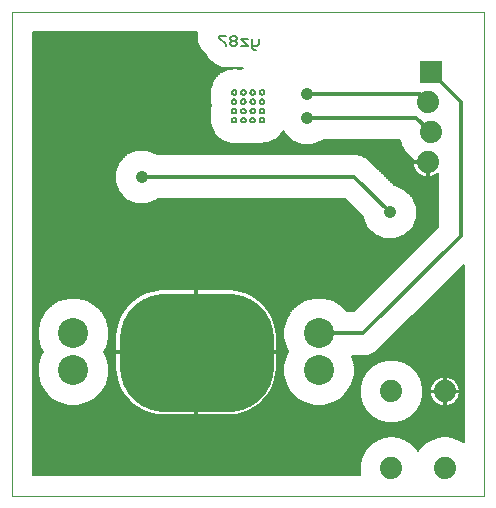
<source format=gbl>
G75*
%MOIN*%
%OFA0B0*%
%FSLAX25Y25*%
%IPPOS*%
%LPD*%
%AMOC8*
5,1,8,0,0,1.08239X$1,22.5*
%
%ADD10C,0.00000*%
%ADD11C,0.00600*%
%ADD12C,0.10000*%
%ADD13C,0.29528*%
%ADD14R,0.07400X0.07400*%
%ADD15C,0.07400*%
%ADD16C,0.00500*%
%ADD17C,0.01200*%
%ADD18C,0.04165*%
D10*
X0001300Y0013125D02*
X0001300Y0174542D01*
X0158780Y0174542D01*
X0158780Y0013125D01*
X0001300Y0013125D01*
D11*
X0008200Y0020025D02*
X0117478Y0020025D01*
X0117233Y0020937D01*
X0117233Y0023728D01*
X0117955Y0026424D01*
X0119351Y0028841D01*
X0121325Y0030815D01*
X0123742Y0032210D01*
X0126438Y0032932D01*
X0129229Y0032932D01*
X0131925Y0032210D01*
X0134342Y0030815D01*
X0136315Y0028841D01*
X0136733Y0028117D01*
X0137151Y0028841D01*
X0139125Y0030815D01*
X0141542Y0032210D01*
X0144238Y0032932D01*
X0147029Y0032932D01*
X0149725Y0032210D01*
X0151880Y0030965D01*
X0151880Y0090106D01*
X0122714Y0060940D01*
X0119957Y0059798D01*
X0114687Y0059798D01*
X0114751Y0059686D01*
X0115562Y0056660D01*
X0115562Y0053526D01*
X0114751Y0050500D01*
X0113185Y0047786D01*
X0110969Y0045571D01*
X0108255Y0044004D01*
X0105229Y0043193D01*
X0102096Y0043193D01*
X0099069Y0044004D01*
X0096355Y0045571D01*
X0094140Y0047786D01*
X0092573Y0050500D01*
X0091762Y0053526D01*
X0091762Y0056660D01*
X0092573Y0059686D01*
X0093444Y0061195D01*
X0092573Y0062705D01*
X0091762Y0065731D01*
X0091762Y0068865D01*
X0092573Y0071891D01*
X0094140Y0074605D01*
X0096355Y0076820D01*
X0099069Y0078387D01*
X0102096Y0079198D01*
X0105229Y0079198D01*
X0108255Y0078387D01*
X0110969Y0076820D01*
X0112991Y0074798D01*
X0115359Y0074798D01*
X0143406Y0102845D01*
X0143406Y0120707D01*
X0143191Y0120492D01*
X0142554Y0120029D01*
X0141853Y0119672D01*
X0141105Y0119429D01*
X0140327Y0119306D01*
X0140234Y0119306D01*
X0140234Y0123706D01*
X0139634Y0123706D01*
X0139634Y0119306D01*
X0139540Y0119306D01*
X0138763Y0119429D01*
X0138015Y0119672D01*
X0137313Y0120029D01*
X0136677Y0120492D01*
X0136120Y0121048D01*
X0135657Y0121685D01*
X0135300Y0122386D01*
X0135057Y0123135D01*
X0134934Y0123912D01*
X0134934Y0124006D01*
X0138419Y0124006D01*
X0136842Y0124428D01*
X0136535Y0124606D01*
X0134934Y0124606D01*
X0134934Y0124699D01*
X0135054Y0125460D01*
X0134425Y0125824D01*
X0132452Y0127797D01*
X0131056Y0130214D01*
X0130683Y0131609D01*
X0104929Y0131609D01*
X0104813Y0131494D01*
X0101512Y0130126D01*
X0097938Y0130126D01*
X0094637Y0131494D01*
X0092110Y0134021D01*
X0091803Y0134763D01*
X0091672Y0134375D01*
X0091672Y0134375D01*
X0089602Y0132010D01*
X0089602Y0132010D01*
X0086784Y0130616D01*
X0083648Y0130407D01*
X0083137Y0130580D01*
X0080548Y0130407D01*
X0080548Y0130407D01*
X0080037Y0130580D01*
X0077448Y0130407D01*
X0077448Y0130407D01*
X0076937Y0130580D01*
X0074348Y0130407D01*
X0074348Y0130407D01*
X0071370Y0131414D01*
X0071370Y0131414D01*
X0069004Y0133484D01*
X0069004Y0133484D01*
X0067611Y0136302D01*
X0067611Y0136302D01*
X0067506Y0137870D01*
X0067484Y0138194D01*
X0067401Y0139439D01*
X0067401Y0139439D01*
X0067522Y0139796D01*
X0067490Y0139874D01*
X0067490Y0141208D01*
X0067401Y0142539D01*
X0067401Y0142539D01*
X0067490Y0142801D01*
X0067490Y0142868D01*
X0067573Y0143068D01*
X0067506Y0144070D01*
X0067483Y0144419D01*
X0067401Y0145639D01*
X0067401Y0145639D01*
X0067522Y0145996D01*
X0067490Y0146074D01*
X0067490Y0147408D01*
X0067401Y0148739D01*
X0067401Y0148739D01*
X0067490Y0149001D01*
X0067490Y0149068D01*
X0067614Y0149367D01*
X0068409Y0151716D01*
X0068409Y0151716D01*
X0070479Y0154082D01*
X0070479Y0154082D01*
X0073296Y0155475D01*
X0073296Y0155475D01*
X0076433Y0155685D01*
X0076433Y0155685D01*
X0076943Y0155512D01*
X0078349Y0155606D01*
X0077897Y0155793D01*
X0077859Y0155831D01*
X0071196Y0155831D01*
X0068549Y0156927D01*
X0066524Y0158952D01*
X0066123Y0159921D01*
X0064255Y0161788D01*
X0063159Y0164434D01*
X0063159Y0167642D01*
X0008200Y0167642D01*
X0008200Y0020025D01*
X0008200Y0020307D02*
X0117402Y0020307D01*
X0117242Y0020905D02*
X0008200Y0020905D01*
X0008200Y0021504D02*
X0117233Y0021504D01*
X0117233Y0022102D02*
X0008200Y0022102D01*
X0008200Y0022701D02*
X0117233Y0022701D01*
X0117233Y0023299D02*
X0008200Y0023299D01*
X0008200Y0023898D02*
X0117279Y0023898D01*
X0117439Y0024496D02*
X0008200Y0024496D01*
X0008200Y0025095D02*
X0117599Y0025095D01*
X0117760Y0025693D02*
X0008200Y0025693D01*
X0008200Y0026292D02*
X0117920Y0026292D01*
X0118225Y0026890D02*
X0008200Y0026890D01*
X0008200Y0027489D02*
X0118570Y0027489D01*
X0118916Y0028087D02*
X0008200Y0028087D01*
X0008200Y0028686D02*
X0119261Y0028686D01*
X0119794Y0029284D02*
X0008200Y0029284D01*
X0008200Y0029883D02*
X0120393Y0029883D01*
X0120991Y0030481D02*
X0008200Y0030481D01*
X0008200Y0031080D02*
X0121784Y0031080D01*
X0122821Y0031678D02*
X0008200Y0031678D01*
X0008200Y0032277D02*
X0123991Y0032277D01*
X0126225Y0032875D02*
X0008200Y0032875D01*
X0008200Y0033474D02*
X0151880Y0033474D01*
X0151880Y0032875D02*
X0147241Y0032875D01*
X0149475Y0032277D02*
X0151880Y0032277D01*
X0151880Y0031678D02*
X0150645Y0031678D01*
X0151682Y0031080D02*
X0151880Y0031080D01*
X0151880Y0034073D02*
X0008200Y0034073D01*
X0008200Y0034671D02*
X0151880Y0034671D01*
X0151880Y0035270D02*
X0008200Y0035270D01*
X0008200Y0035868D02*
X0151880Y0035868D01*
X0151880Y0036467D02*
X0008200Y0036467D01*
X0008200Y0037065D02*
X0151880Y0037065D01*
X0151880Y0037664D02*
X0130464Y0037664D01*
X0129229Y0037332D02*
X0131925Y0038055D01*
X0134342Y0039450D01*
X0136315Y0041424D01*
X0137711Y0043841D01*
X0138433Y0046537D01*
X0138433Y0049328D01*
X0137711Y0052024D01*
X0136315Y0054441D01*
X0134342Y0056415D01*
X0131925Y0057810D01*
X0129229Y0058532D01*
X0126438Y0058532D01*
X0123742Y0057810D01*
X0121325Y0056415D01*
X0119351Y0054441D01*
X0117955Y0052024D01*
X0117233Y0049328D01*
X0117233Y0046537D01*
X0117955Y0043841D01*
X0119351Y0041424D01*
X0121325Y0039450D01*
X0123742Y0038055D01*
X0126438Y0037332D01*
X0129229Y0037332D01*
X0132283Y0038262D02*
X0151880Y0038262D01*
X0151880Y0038861D02*
X0133320Y0038861D01*
X0134350Y0039459D02*
X0151880Y0039459D01*
X0151880Y0040058D02*
X0134949Y0040058D01*
X0135547Y0040656D02*
X0151880Y0040656D01*
X0151880Y0041255D02*
X0136146Y0041255D01*
X0136563Y0041853D02*
X0151880Y0041853D01*
X0151880Y0042452D02*
X0136909Y0042452D01*
X0137254Y0043050D02*
X0144496Y0043050D01*
X0144462Y0043056D02*
X0145240Y0042932D01*
X0145333Y0042932D01*
X0145333Y0047632D01*
X0145933Y0047632D01*
X0145933Y0042932D01*
X0146027Y0042932D01*
X0146804Y0043056D01*
X0147552Y0043299D01*
X0148254Y0043656D01*
X0148890Y0044119D01*
X0149447Y0044675D01*
X0149909Y0045312D01*
X0150267Y0046013D01*
X0150510Y0046762D01*
X0150633Y0047539D01*
X0150633Y0047632D01*
X0145933Y0047632D01*
X0145933Y0048232D01*
X0150633Y0048232D01*
X0150633Y0048326D01*
X0150510Y0049103D01*
X0150267Y0049852D01*
X0149909Y0050553D01*
X0149447Y0051190D01*
X0148890Y0051746D01*
X0148254Y0052209D01*
X0147552Y0052566D01*
X0146804Y0052809D01*
X0146027Y0052932D01*
X0145933Y0052932D01*
X0145933Y0048233D01*
X0145333Y0048233D01*
X0145333Y0052932D01*
X0145240Y0052932D01*
X0144462Y0052809D01*
X0143714Y0052566D01*
X0143012Y0052209D01*
X0142376Y0051746D01*
X0141819Y0051190D01*
X0141357Y0050553D01*
X0140999Y0049852D01*
X0140756Y0049103D01*
X0140633Y0048326D01*
X0140633Y0048232D01*
X0145333Y0048232D01*
X0145333Y0047632D01*
X0140633Y0047632D01*
X0140633Y0047539D01*
X0140756Y0046762D01*
X0140999Y0046013D01*
X0141357Y0045312D01*
X0141819Y0044675D01*
X0142376Y0044119D01*
X0143012Y0043656D01*
X0143714Y0043299D01*
X0144462Y0043056D01*
X0145333Y0043050D02*
X0145933Y0043050D01*
X0145933Y0043649D02*
X0145333Y0043649D01*
X0145333Y0044247D02*
X0145933Y0044247D01*
X0145933Y0044846D02*
X0145333Y0044846D01*
X0145333Y0045444D02*
X0145933Y0045444D01*
X0145933Y0046043D02*
X0145333Y0046043D01*
X0145333Y0046641D02*
X0145933Y0046641D01*
X0145933Y0047240D02*
X0145333Y0047240D01*
X0145333Y0047838D02*
X0138433Y0047838D01*
X0138433Y0047240D02*
X0140680Y0047240D01*
X0140795Y0046641D02*
X0138433Y0046641D01*
X0138301Y0046043D02*
X0140990Y0046043D01*
X0141289Y0045444D02*
X0138140Y0045444D01*
X0137980Y0044846D02*
X0141695Y0044846D01*
X0142247Y0044247D02*
X0137820Y0044247D01*
X0137600Y0043649D02*
X0143027Y0043649D01*
X0146770Y0043050D02*
X0151880Y0043050D01*
X0151880Y0043649D02*
X0148239Y0043649D01*
X0149019Y0044247D02*
X0151880Y0044247D01*
X0151880Y0044846D02*
X0149571Y0044846D01*
X0149977Y0045444D02*
X0151880Y0045444D01*
X0151880Y0046043D02*
X0150276Y0046043D01*
X0150471Y0046641D02*
X0151880Y0046641D01*
X0151880Y0047240D02*
X0150586Y0047240D01*
X0150616Y0048437D02*
X0151880Y0048437D01*
X0151880Y0049035D02*
X0150521Y0049035D01*
X0150338Y0049634D02*
X0151880Y0049634D01*
X0151880Y0050232D02*
X0150073Y0050232D01*
X0149708Y0050831D02*
X0151880Y0050831D01*
X0151880Y0051429D02*
X0149207Y0051429D01*
X0148503Y0052028D02*
X0151880Y0052028D01*
X0151880Y0052626D02*
X0147367Y0052626D01*
X0145933Y0052626D02*
X0145333Y0052626D01*
X0145333Y0052028D02*
X0145933Y0052028D01*
X0145933Y0051429D02*
X0145333Y0051429D01*
X0145333Y0050831D02*
X0145933Y0050831D01*
X0145933Y0050232D02*
X0145333Y0050232D01*
X0145333Y0049634D02*
X0145933Y0049634D01*
X0145933Y0049035D02*
X0145333Y0049035D01*
X0145333Y0048437D02*
X0145933Y0048437D01*
X0145933Y0047838D02*
X0151880Y0047838D01*
X0151880Y0053225D02*
X0137017Y0053225D01*
X0136672Y0053823D02*
X0151880Y0053823D01*
X0151880Y0054422D02*
X0136326Y0054422D01*
X0135736Y0055020D02*
X0151880Y0055020D01*
X0151880Y0055619D02*
X0135137Y0055619D01*
X0134539Y0056217D02*
X0151880Y0056217D01*
X0151880Y0056816D02*
X0133646Y0056816D01*
X0132610Y0057414D02*
X0151880Y0057414D01*
X0151880Y0058013D02*
X0131167Y0058013D01*
X0125174Y0063400D02*
X0151880Y0063400D01*
X0151880Y0063998D02*
X0125772Y0063998D01*
X0126371Y0064597D02*
X0151880Y0064597D01*
X0151880Y0065195D02*
X0126969Y0065195D01*
X0127568Y0065794D02*
X0151880Y0065794D01*
X0151880Y0066392D02*
X0128166Y0066392D01*
X0128765Y0066991D02*
X0151880Y0066991D01*
X0151880Y0067589D02*
X0129363Y0067589D01*
X0129962Y0068188D02*
X0151880Y0068188D01*
X0151880Y0068786D02*
X0130560Y0068786D01*
X0131159Y0069385D02*
X0151880Y0069385D01*
X0151880Y0069983D02*
X0131757Y0069983D01*
X0132356Y0070582D02*
X0151880Y0070582D01*
X0151880Y0071180D02*
X0132954Y0071180D01*
X0133553Y0071779D02*
X0151880Y0071779D01*
X0151880Y0072377D02*
X0134151Y0072377D01*
X0134750Y0072976D02*
X0151880Y0072976D01*
X0151880Y0073574D02*
X0135348Y0073574D01*
X0135947Y0074173D02*
X0151880Y0074173D01*
X0151880Y0074771D02*
X0136545Y0074771D01*
X0137144Y0075370D02*
X0151880Y0075370D01*
X0151880Y0075968D02*
X0137742Y0075968D01*
X0138341Y0076567D02*
X0151880Y0076567D01*
X0151880Y0077165D02*
X0138939Y0077165D01*
X0139538Y0077764D02*
X0151880Y0077764D01*
X0151880Y0078362D02*
X0140136Y0078362D01*
X0140735Y0078961D02*
X0151880Y0078961D01*
X0151880Y0079559D02*
X0141333Y0079559D01*
X0141932Y0080158D02*
X0151880Y0080158D01*
X0151880Y0080756D02*
X0142530Y0080756D01*
X0143129Y0081355D02*
X0151880Y0081355D01*
X0151880Y0081953D02*
X0143728Y0081953D01*
X0144326Y0082552D02*
X0151880Y0082552D01*
X0151880Y0083150D02*
X0144925Y0083150D01*
X0145523Y0083749D02*
X0151880Y0083749D01*
X0151880Y0084347D02*
X0146122Y0084347D01*
X0146720Y0084946D02*
X0151880Y0084946D01*
X0151880Y0085544D02*
X0147319Y0085544D01*
X0147917Y0086143D02*
X0151880Y0086143D01*
X0151880Y0086742D02*
X0148516Y0086742D01*
X0149114Y0087340D02*
X0151880Y0087340D01*
X0151880Y0087939D02*
X0149713Y0087939D01*
X0150311Y0088537D02*
X0151880Y0088537D01*
X0151880Y0089136D02*
X0150910Y0089136D01*
X0151508Y0089734D02*
X0151880Y0089734D01*
X0141068Y0100507D02*
X0132882Y0100507D01*
X0132373Y0099998D02*
X0134899Y0102525D01*
X0136267Y0105826D01*
X0136267Y0109400D01*
X0134899Y0112701D01*
X0132373Y0115228D01*
X0129071Y0116595D01*
X0128908Y0116595D01*
X0119722Y0125782D01*
X0116965Y0126924D01*
X0049811Y0126924D01*
X0049695Y0127039D01*
X0046394Y0128406D01*
X0042820Y0128406D01*
X0039519Y0127039D01*
X0036992Y0124512D01*
X0035624Y0121211D01*
X0035624Y0117637D01*
X0036992Y0114336D01*
X0039519Y0111809D01*
X0042820Y0110441D01*
X0046394Y0110441D01*
X0049695Y0111809D01*
X0049811Y0111924D01*
X0112367Y0111924D01*
X0118302Y0105989D01*
X0118302Y0105826D01*
X0119669Y0102525D01*
X0122196Y0099998D01*
X0125497Y0098630D01*
X0129071Y0098630D01*
X0132373Y0099998D01*
X0132158Y0099909D02*
X0140470Y0099909D01*
X0139871Y0099310D02*
X0130713Y0099310D01*
X0129268Y0098712D02*
X0139273Y0098712D01*
X0138674Y0098113D02*
X0008200Y0098113D01*
X0008200Y0097515D02*
X0138076Y0097515D01*
X0137477Y0096916D02*
X0008200Y0096916D01*
X0008200Y0096318D02*
X0136879Y0096318D01*
X0136280Y0095719D02*
X0008200Y0095719D01*
X0008200Y0095121D02*
X0135682Y0095121D01*
X0135083Y0094522D02*
X0008200Y0094522D01*
X0008200Y0093924D02*
X0134485Y0093924D01*
X0133886Y0093325D02*
X0008200Y0093325D01*
X0008200Y0092727D02*
X0133288Y0092727D01*
X0132689Y0092128D02*
X0008200Y0092128D01*
X0008200Y0091530D02*
X0132091Y0091530D01*
X0131492Y0090931D02*
X0008200Y0090931D01*
X0008200Y0090333D02*
X0130893Y0090333D01*
X0130295Y0089734D02*
X0008200Y0089734D01*
X0008200Y0089136D02*
X0129696Y0089136D01*
X0129098Y0088537D02*
X0008200Y0088537D01*
X0008200Y0087939D02*
X0128499Y0087939D01*
X0127901Y0087340D02*
X0008200Y0087340D01*
X0008200Y0086742D02*
X0127302Y0086742D01*
X0126704Y0086143D02*
X0008200Y0086143D01*
X0008200Y0085544D02*
X0126105Y0085544D01*
X0125507Y0084946D02*
X0008200Y0084946D01*
X0008200Y0084347D02*
X0124908Y0084347D01*
X0124310Y0083749D02*
X0008200Y0083749D01*
X0008200Y0083150D02*
X0123711Y0083150D01*
X0123113Y0082552D02*
X0008200Y0082552D01*
X0008200Y0081953D02*
X0050794Y0081953D01*
X0051101Y0081984D02*
X0049531Y0081829D01*
X0047983Y0081521D01*
X0046472Y0081063D01*
X0045014Y0080459D01*
X0043622Y0079715D01*
X0042310Y0078838D01*
X0041090Y0077837D01*
X0039974Y0076721D01*
X0038972Y0075501D01*
X0038096Y0074188D01*
X0037352Y0072796D01*
X0036748Y0071338D01*
X0036289Y0069828D01*
X0035981Y0068280D01*
X0035827Y0066709D01*
X0035827Y0061299D01*
X0062417Y0061299D01*
X0062417Y0081984D01*
X0051101Y0081984D01*
X0047435Y0081355D02*
X0008200Y0081355D01*
X0008200Y0080756D02*
X0045732Y0080756D01*
X0044451Y0080158D02*
X0008200Y0080158D01*
X0008200Y0079559D02*
X0043389Y0079559D01*
X0042494Y0078961D02*
X0024223Y0078961D01*
X0023339Y0079198D02*
X0020206Y0079198D01*
X0017179Y0078387D01*
X0014466Y0076820D01*
X0012250Y0074605D01*
X0010683Y0071891D01*
X0009872Y0068865D01*
X0009872Y0065731D01*
X0010683Y0062705D01*
X0011555Y0061195D01*
X0010683Y0059686D01*
X0009872Y0056660D01*
X0009872Y0053526D01*
X0010683Y0050500D01*
X0012250Y0047786D01*
X0014466Y0045571D01*
X0017179Y0044004D01*
X0020206Y0043193D01*
X0023339Y0043193D01*
X0026366Y0044004D01*
X0029079Y0045571D01*
X0031295Y0047786D01*
X0032861Y0050500D01*
X0033672Y0053526D01*
X0033672Y0056660D01*
X0032861Y0059686D01*
X0031990Y0061195D01*
X0032861Y0062705D01*
X0033672Y0065731D01*
X0033672Y0068865D01*
X0032861Y0071891D01*
X0031295Y0074605D01*
X0029079Y0076820D01*
X0026366Y0078387D01*
X0023339Y0079198D01*
X0026408Y0078362D02*
X0041730Y0078362D01*
X0041017Y0077764D02*
X0027445Y0077764D01*
X0028481Y0077165D02*
X0040418Y0077165D01*
X0039847Y0076567D02*
X0029333Y0076567D01*
X0029931Y0075968D02*
X0039356Y0075968D01*
X0038885Y0075370D02*
X0030530Y0075370D01*
X0031128Y0074771D02*
X0038485Y0074771D01*
X0038087Y0074173D02*
X0031544Y0074173D01*
X0031890Y0073574D02*
X0037767Y0073574D01*
X0037447Y0072976D02*
X0032235Y0072976D01*
X0032581Y0072377D02*
X0037178Y0072377D01*
X0036930Y0071779D02*
X0032892Y0071779D01*
X0033052Y0071180D02*
X0036700Y0071180D01*
X0036518Y0070582D02*
X0033212Y0070582D01*
X0033373Y0069983D02*
X0036337Y0069983D01*
X0036201Y0069385D02*
X0033533Y0069385D01*
X0033672Y0068786D02*
X0036082Y0068786D01*
X0035972Y0068188D02*
X0033672Y0068188D01*
X0033672Y0067589D02*
X0035913Y0067589D01*
X0035855Y0066991D02*
X0033672Y0066991D01*
X0033672Y0066392D02*
X0035827Y0066392D01*
X0035827Y0065794D02*
X0033672Y0065794D01*
X0033529Y0065195D02*
X0035827Y0065195D01*
X0035827Y0064597D02*
X0033368Y0064597D01*
X0033208Y0063998D02*
X0035827Y0063998D01*
X0035827Y0063400D02*
X0033048Y0063400D01*
X0032887Y0062801D02*
X0035827Y0062801D01*
X0035827Y0062203D02*
X0032572Y0062203D01*
X0032226Y0061604D02*
X0035827Y0061604D01*
X0035827Y0060699D02*
X0035827Y0055288D01*
X0035981Y0053717D01*
X0036289Y0052169D01*
X0036748Y0050659D01*
X0037352Y0049201D01*
X0038096Y0047809D01*
X0038972Y0046497D01*
X0039974Y0045277D01*
X0041090Y0044161D01*
X0042310Y0043159D01*
X0043622Y0042282D01*
X0045014Y0041538D01*
X0046472Y0040934D01*
X0047983Y0040476D01*
X0049531Y0040168D01*
X0051101Y0040014D01*
X0062417Y0040014D01*
X0062417Y0060699D01*
X0035827Y0060699D01*
X0035827Y0060407D02*
X0032445Y0060407D01*
X0032100Y0061006D02*
X0062417Y0061006D01*
X0062417Y0061299D02*
X0062417Y0060699D01*
X0063017Y0060699D01*
X0063017Y0061299D01*
X0062417Y0061299D01*
X0062417Y0061604D02*
X0063017Y0061604D01*
X0063017Y0061299D02*
X0063017Y0081984D01*
X0074333Y0081984D01*
X0075904Y0081829D01*
X0077452Y0081521D01*
X0078962Y0081063D01*
X0080421Y0080459D01*
X0081812Y0079715D01*
X0083125Y0078838D01*
X0084345Y0077837D01*
X0085461Y0076721D01*
X0086462Y0075501D01*
X0087339Y0074188D01*
X0088083Y0072796D01*
X0088687Y0071338D01*
X0089145Y0069828D01*
X0089453Y0068280D01*
X0089608Y0066709D01*
X0089608Y0061299D01*
X0063017Y0061299D01*
X0063017Y0061006D02*
X0093335Y0061006D01*
X0093209Y0061604D02*
X0089608Y0061604D01*
X0089608Y0062203D02*
X0092863Y0062203D01*
X0092547Y0062801D02*
X0089608Y0062801D01*
X0089608Y0063400D02*
X0092387Y0063400D01*
X0092227Y0063998D02*
X0089608Y0063998D01*
X0089608Y0064597D02*
X0092066Y0064597D01*
X0091906Y0065195D02*
X0089608Y0065195D01*
X0089608Y0065794D02*
X0091762Y0065794D01*
X0091762Y0066392D02*
X0089608Y0066392D01*
X0089580Y0066991D02*
X0091762Y0066991D01*
X0091762Y0067589D02*
X0089521Y0067589D01*
X0089462Y0068188D02*
X0091762Y0068188D01*
X0091762Y0068786D02*
X0089352Y0068786D01*
X0089233Y0069385D02*
X0091902Y0069385D01*
X0092062Y0069983D02*
X0089098Y0069983D01*
X0088917Y0070582D02*
X0092222Y0070582D01*
X0092383Y0071180D02*
X0088735Y0071180D01*
X0088505Y0071779D02*
X0092543Y0071779D01*
X0092854Y0072377D02*
X0088257Y0072377D01*
X0087987Y0072976D02*
X0093199Y0072976D01*
X0093545Y0073574D02*
X0087667Y0073574D01*
X0087347Y0074173D02*
X0093891Y0074173D01*
X0094307Y0074771D02*
X0086950Y0074771D01*
X0086550Y0075370D02*
X0094905Y0075370D01*
X0095504Y0075968D02*
X0086078Y0075968D01*
X0085587Y0076567D02*
X0096102Y0076567D01*
X0096953Y0077165D02*
X0085016Y0077165D01*
X0084418Y0077764D02*
X0097990Y0077764D01*
X0099027Y0078362D02*
X0083704Y0078362D01*
X0082941Y0078961D02*
X0101211Y0078961D01*
X0106113Y0078961D02*
X0119522Y0078961D01*
X0120120Y0079559D02*
X0082045Y0079559D01*
X0080984Y0080158D02*
X0120719Y0080158D01*
X0121317Y0080756D02*
X0079702Y0080756D01*
X0078000Y0081355D02*
X0121916Y0081355D01*
X0122514Y0081953D02*
X0074640Y0081953D01*
X0063017Y0081953D02*
X0062417Y0081953D01*
X0062417Y0081355D02*
X0063017Y0081355D01*
X0063017Y0080756D02*
X0062417Y0080756D01*
X0062417Y0080158D02*
X0063017Y0080158D01*
X0063017Y0079559D02*
X0062417Y0079559D01*
X0062417Y0078961D02*
X0063017Y0078961D01*
X0063017Y0078362D02*
X0062417Y0078362D01*
X0062417Y0077764D02*
X0063017Y0077764D01*
X0063017Y0077165D02*
X0062417Y0077165D01*
X0062417Y0076567D02*
X0063017Y0076567D01*
X0063017Y0075968D02*
X0062417Y0075968D01*
X0062417Y0075370D02*
X0063017Y0075370D01*
X0063017Y0074771D02*
X0062417Y0074771D01*
X0062417Y0074173D02*
X0063017Y0074173D01*
X0063017Y0073574D02*
X0062417Y0073574D01*
X0062417Y0072976D02*
X0063017Y0072976D01*
X0063017Y0072377D02*
X0062417Y0072377D01*
X0062417Y0071779D02*
X0063017Y0071779D01*
X0063017Y0071180D02*
X0062417Y0071180D01*
X0062417Y0070582D02*
X0063017Y0070582D01*
X0063017Y0069983D02*
X0062417Y0069983D01*
X0062417Y0069385D02*
X0063017Y0069385D01*
X0063017Y0068786D02*
X0062417Y0068786D01*
X0062417Y0068188D02*
X0063017Y0068188D01*
X0063017Y0067589D02*
X0062417Y0067589D01*
X0062417Y0066991D02*
X0063017Y0066991D01*
X0063017Y0066392D02*
X0062417Y0066392D01*
X0062417Y0065794D02*
X0063017Y0065794D01*
X0063017Y0065195D02*
X0062417Y0065195D01*
X0062417Y0064597D02*
X0063017Y0064597D01*
X0063017Y0063998D02*
X0062417Y0063998D01*
X0062417Y0063400D02*
X0063017Y0063400D01*
X0063017Y0062801D02*
X0062417Y0062801D01*
X0062417Y0062203D02*
X0063017Y0062203D01*
X0063017Y0060699D02*
X0089608Y0060699D01*
X0089608Y0055288D01*
X0089453Y0053717D01*
X0089145Y0052169D01*
X0088687Y0050659D01*
X0088083Y0049201D01*
X0087339Y0047809D01*
X0086462Y0046497D01*
X0085461Y0045277D01*
X0084345Y0044161D01*
X0083125Y0043159D01*
X0081812Y0042282D01*
X0080421Y0041538D01*
X0078962Y0040934D01*
X0077452Y0040476D01*
X0075904Y0040168D01*
X0074333Y0040014D01*
X0063017Y0040014D01*
X0063017Y0060699D01*
X0063017Y0060407D02*
X0062417Y0060407D01*
X0062417Y0059809D02*
X0063017Y0059809D01*
X0063017Y0059210D02*
X0062417Y0059210D01*
X0062417Y0058611D02*
X0063017Y0058611D01*
X0063017Y0058013D02*
X0062417Y0058013D01*
X0062417Y0057414D02*
X0063017Y0057414D01*
X0063017Y0056816D02*
X0062417Y0056816D01*
X0062417Y0056217D02*
X0063017Y0056217D01*
X0063017Y0055619D02*
X0062417Y0055619D01*
X0062417Y0055020D02*
X0063017Y0055020D01*
X0063017Y0054422D02*
X0062417Y0054422D01*
X0062417Y0053823D02*
X0063017Y0053823D01*
X0063017Y0053225D02*
X0062417Y0053225D01*
X0062417Y0052626D02*
X0063017Y0052626D01*
X0063017Y0052028D02*
X0062417Y0052028D01*
X0062417Y0051429D02*
X0063017Y0051429D01*
X0063017Y0050831D02*
X0062417Y0050831D01*
X0062417Y0050232D02*
X0063017Y0050232D01*
X0063017Y0049634D02*
X0062417Y0049634D01*
X0062417Y0049035D02*
X0063017Y0049035D01*
X0063017Y0048437D02*
X0062417Y0048437D01*
X0062417Y0047838D02*
X0063017Y0047838D01*
X0063017Y0047240D02*
X0062417Y0047240D01*
X0062417Y0046641D02*
X0063017Y0046641D01*
X0063017Y0046043D02*
X0062417Y0046043D01*
X0062417Y0045444D02*
X0063017Y0045444D01*
X0063017Y0044846D02*
X0062417Y0044846D01*
X0062417Y0044247D02*
X0063017Y0044247D01*
X0063017Y0043649D02*
X0062417Y0043649D01*
X0062417Y0043050D02*
X0063017Y0043050D01*
X0063017Y0042452D02*
X0062417Y0042452D01*
X0062417Y0041853D02*
X0063017Y0041853D01*
X0063017Y0041255D02*
X0062417Y0041255D01*
X0062417Y0040656D02*
X0063017Y0040656D01*
X0063017Y0040058D02*
X0062417Y0040058D01*
X0050654Y0040058D02*
X0008200Y0040058D01*
X0008200Y0040656D02*
X0047390Y0040656D01*
X0045699Y0041255D02*
X0008200Y0041255D01*
X0008200Y0041853D02*
X0044425Y0041853D01*
X0043369Y0042452D02*
X0008200Y0042452D01*
X0008200Y0043050D02*
X0042473Y0043050D01*
X0041713Y0043649D02*
X0025039Y0043649D01*
X0026787Y0044247D02*
X0041003Y0044247D01*
X0040405Y0044846D02*
X0027823Y0044846D01*
X0028860Y0045444D02*
X0039836Y0045444D01*
X0039345Y0046043D02*
X0029551Y0046043D01*
X0030150Y0046641D02*
X0038876Y0046641D01*
X0038476Y0047240D02*
X0030748Y0047240D01*
X0031325Y0047838D02*
X0038080Y0047838D01*
X0037760Y0048437D02*
X0031670Y0048437D01*
X0032016Y0049035D02*
X0037440Y0049035D01*
X0037172Y0049634D02*
X0032361Y0049634D01*
X0032707Y0050232D02*
X0036924Y0050232D01*
X0036695Y0050831D02*
X0032950Y0050831D01*
X0033111Y0051429D02*
X0036514Y0051429D01*
X0036332Y0052028D02*
X0033271Y0052028D01*
X0033431Y0052626D02*
X0036198Y0052626D01*
X0036079Y0053225D02*
X0033592Y0053225D01*
X0033672Y0053823D02*
X0035971Y0053823D01*
X0035912Y0054422D02*
X0033672Y0054422D01*
X0033672Y0055020D02*
X0035853Y0055020D01*
X0035827Y0055619D02*
X0033672Y0055619D01*
X0033672Y0056217D02*
X0035827Y0056217D01*
X0035827Y0056816D02*
X0033631Y0056816D01*
X0033470Y0057414D02*
X0035827Y0057414D01*
X0035827Y0058013D02*
X0033310Y0058013D01*
X0033149Y0058611D02*
X0035827Y0058611D01*
X0035827Y0059210D02*
X0032989Y0059210D01*
X0032791Y0059809D02*
X0035827Y0059809D01*
X0018506Y0043649D02*
X0008200Y0043649D01*
X0008200Y0044247D02*
X0016758Y0044247D01*
X0015721Y0044846D02*
X0008200Y0044846D01*
X0008200Y0045444D02*
X0014685Y0045444D01*
X0013994Y0046043D02*
X0008200Y0046043D01*
X0008200Y0046641D02*
X0013395Y0046641D01*
X0012797Y0047240D02*
X0008200Y0047240D01*
X0008200Y0047838D02*
X0012220Y0047838D01*
X0011875Y0048437D02*
X0008200Y0048437D01*
X0008200Y0049035D02*
X0011529Y0049035D01*
X0011183Y0049634D02*
X0008200Y0049634D01*
X0008200Y0050232D02*
X0010838Y0050232D01*
X0010595Y0050831D02*
X0008200Y0050831D01*
X0008200Y0051429D02*
X0010434Y0051429D01*
X0010274Y0052028D02*
X0008200Y0052028D01*
X0008200Y0052626D02*
X0010114Y0052626D01*
X0009953Y0053225D02*
X0008200Y0053225D01*
X0008200Y0053823D02*
X0009872Y0053823D01*
X0009872Y0054422D02*
X0008200Y0054422D01*
X0008200Y0055020D02*
X0009872Y0055020D01*
X0009872Y0055619D02*
X0008200Y0055619D01*
X0008200Y0056217D02*
X0009872Y0056217D01*
X0009914Y0056816D02*
X0008200Y0056816D01*
X0008200Y0057414D02*
X0010075Y0057414D01*
X0010235Y0058013D02*
X0008200Y0058013D01*
X0008200Y0058611D02*
X0010395Y0058611D01*
X0010556Y0059210D02*
X0008200Y0059210D01*
X0008200Y0059809D02*
X0010754Y0059809D01*
X0011099Y0060407D02*
X0008200Y0060407D01*
X0008200Y0061006D02*
X0011445Y0061006D01*
X0011319Y0061604D02*
X0008200Y0061604D01*
X0008200Y0062203D02*
X0010973Y0062203D01*
X0010658Y0062801D02*
X0008200Y0062801D01*
X0008200Y0063400D02*
X0010497Y0063400D01*
X0010337Y0063998D02*
X0008200Y0063998D01*
X0008200Y0064597D02*
X0010176Y0064597D01*
X0010016Y0065195D02*
X0008200Y0065195D01*
X0008200Y0065794D02*
X0009872Y0065794D01*
X0009872Y0066392D02*
X0008200Y0066392D01*
X0008200Y0066991D02*
X0009872Y0066991D01*
X0009872Y0067589D02*
X0008200Y0067589D01*
X0008200Y0068188D02*
X0009872Y0068188D01*
X0009872Y0068786D02*
X0008200Y0068786D01*
X0008200Y0069385D02*
X0010012Y0069385D01*
X0010172Y0069983D02*
X0008200Y0069983D01*
X0008200Y0070582D02*
X0010333Y0070582D01*
X0010493Y0071180D02*
X0008200Y0071180D01*
X0008200Y0071779D02*
X0010653Y0071779D01*
X0010964Y0072377D02*
X0008200Y0072377D01*
X0008200Y0072976D02*
X0011310Y0072976D01*
X0011655Y0073574D02*
X0008200Y0073574D01*
X0008200Y0074173D02*
X0012001Y0074173D01*
X0012417Y0074771D02*
X0008200Y0074771D01*
X0008200Y0075370D02*
X0013015Y0075370D01*
X0013614Y0075968D02*
X0008200Y0075968D01*
X0008200Y0076567D02*
X0014212Y0076567D01*
X0015063Y0077165D02*
X0008200Y0077165D01*
X0008200Y0077764D02*
X0016100Y0077764D01*
X0017137Y0078362D02*
X0008200Y0078362D01*
X0008200Y0078961D02*
X0019321Y0078961D01*
X0008200Y0098712D02*
X0125300Y0098712D01*
X0123856Y0099310D02*
X0008200Y0099310D01*
X0008200Y0099909D02*
X0122411Y0099909D01*
X0121686Y0100507D02*
X0008200Y0100507D01*
X0008200Y0101106D02*
X0121088Y0101106D01*
X0120489Y0101704D02*
X0008200Y0101704D01*
X0008200Y0102303D02*
X0119891Y0102303D01*
X0119513Y0102901D02*
X0008200Y0102901D01*
X0008200Y0103500D02*
X0119265Y0103500D01*
X0119017Y0104098D02*
X0008200Y0104098D01*
X0008200Y0104697D02*
X0118769Y0104697D01*
X0118521Y0105295D02*
X0008200Y0105295D01*
X0008200Y0105894D02*
X0118302Y0105894D01*
X0117798Y0106492D02*
X0008200Y0106492D01*
X0008200Y0107091D02*
X0117200Y0107091D01*
X0116601Y0107689D02*
X0008200Y0107689D01*
X0008200Y0108288D02*
X0116003Y0108288D01*
X0115404Y0108886D02*
X0008200Y0108886D01*
X0008200Y0109485D02*
X0114806Y0109485D01*
X0114207Y0110083D02*
X0008200Y0110083D01*
X0008200Y0110682D02*
X0042239Y0110682D01*
X0040794Y0111280D02*
X0008200Y0111280D01*
X0008200Y0111879D02*
X0039448Y0111879D01*
X0038850Y0112477D02*
X0008200Y0112477D01*
X0008200Y0113076D02*
X0038251Y0113076D01*
X0037653Y0113675D02*
X0008200Y0113675D01*
X0008200Y0114273D02*
X0037054Y0114273D01*
X0036770Y0114872D02*
X0008200Y0114872D01*
X0008200Y0115470D02*
X0036522Y0115470D01*
X0036274Y0116069D02*
X0008200Y0116069D01*
X0008200Y0116667D02*
X0036026Y0116667D01*
X0035778Y0117266D02*
X0008200Y0117266D01*
X0008200Y0117864D02*
X0035624Y0117864D01*
X0035624Y0118463D02*
X0008200Y0118463D01*
X0008200Y0119061D02*
X0035624Y0119061D01*
X0035624Y0119660D02*
X0008200Y0119660D01*
X0008200Y0120258D02*
X0035624Y0120258D01*
X0035624Y0120857D02*
X0008200Y0120857D01*
X0008200Y0121455D02*
X0035726Y0121455D01*
X0035974Y0122054D02*
X0008200Y0122054D01*
X0008200Y0122652D02*
X0036222Y0122652D01*
X0036469Y0123251D02*
X0008200Y0123251D01*
X0008200Y0123849D02*
X0036717Y0123849D01*
X0036965Y0124448D02*
X0008200Y0124448D01*
X0008200Y0125046D02*
X0037526Y0125046D01*
X0038125Y0125645D02*
X0008200Y0125645D01*
X0008200Y0126243D02*
X0038723Y0126243D01*
X0039322Y0126842D02*
X0008200Y0126842D01*
X0008200Y0127440D02*
X0040488Y0127440D01*
X0041933Y0128039D02*
X0008200Y0128039D01*
X0008200Y0128637D02*
X0131967Y0128637D01*
X0132312Y0128039D02*
X0047282Y0128039D01*
X0048727Y0127440D02*
X0132809Y0127440D01*
X0133407Y0126842D02*
X0117163Y0126842D01*
X0118608Y0126243D02*
X0134006Y0126243D01*
X0134735Y0125645D02*
X0119859Y0125645D01*
X0120457Y0125046D02*
X0134989Y0125046D01*
X0134944Y0123849D02*
X0121654Y0123849D01*
X0121056Y0124448D02*
X0136808Y0124448D01*
X0135039Y0123251D02*
X0122253Y0123251D01*
X0122851Y0122652D02*
X0135214Y0122652D01*
X0135470Y0122054D02*
X0123450Y0122054D01*
X0124048Y0121455D02*
X0135825Y0121455D01*
X0136312Y0120857D02*
X0124647Y0120857D01*
X0125245Y0120258D02*
X0136998Y0120258D01*
X0138053Y0119660D02*
X0125844Y0119660D01*
X0126443Y0119061D02*
X0143406Y0119061D01*
X0143406Y0118463D02*
X0127041Y0118463D01*
X0127640Y0117864D02*
X0143406Y0117864D01*
X0143406Y0117266D02*
X0128238Y0117266D01*
X0128837Y0116667D02*
X0143406Y0116667D01*
X0143406Y0116069D02*
X0130343Y0116069D01*
X0131788Y0115470D02*
X0143406Y0115470D01*
X0143406Y0114872D02*
X0132729Y0114872D01*
X0133327Y0114273D02*
X0143406Y0114273D01*
X0143406Y0113675D02*
X0133926Y0113675D01*
X0134524Y0113076D02*
X0143406Y0113076D01*
X0143406Y0112477D02*
X0134992Y0112477D01*
X0135240Y0111879D02*
X0143406Y0111879D01*
X0143406Y0111280D02*
X0135488Y0111280D01*
X0135736Y0110682D02*
X0143406Y0110682D01*
X0143406Y0110083D02*
X0135984Y0110083D01*
X0136232Y0109485D02*
X0143406Y0109485D01*
X0143406Y0108886D02*
X0136267Y0108886D01*
X0136267Y0108288D02*
X0143406Y0108288D01*
X0143406Y0107689D02*
X0136267Y0107689D01*
X0136267Y0107091D02*
X0143406Y0107091D01*
X0143406Y0106492D02*
X0136267Y0106492D01*
X0136267Y0105894D02*
X0143406Y0105894D01*
X0143406Y0105295D02*
X0136047Y0105295D01*
X0135799Y0104697D02*
X0143406Y0104697D01*
X0143406Y0104098D02*
X0135551Y0104098D01*
X0135303Y0103500D02*
X0143406Y0103500D01*
X0143406Y0102901D02*
X0135055Y0102901D01*
X0134678Y0102303D02*
X0142864Y0102303D01*
X0142265Y0101704D02*
X0134079Y0101704D01*
X0133481Y0101106D02*
X0141667Y0101106D01*
X0141815Y0119660D02*
X0143406Y0119660D01*
X0143406Y0120258D02*
X0142869Y0120258D01*
X0140234Y0120258D02*
X0139634Y0120258D01*
X0139634Y0119660D02*
X0140234Y0119660D01*
X0140234Y0120857D02*
X0139634Y0120857D01*
X0139634Y0121455D02*
X0140234Y0121455D01*
X0140234Y0122054D02*
X0139634Y0122054D01*
X0139634Y0122652D02*
X0140234Y0122652D01*
X0140234Y0123251D02*
X0139634Y0123251D01*
X0131621Y0129236D02*
X0008200Y0129236D01*
X0008200Y0129834D02*
X0131276Y0129834D01*
X0130998Y0130433D02*
X0102252Y0130433D01*
X0103697Y0131031D02*
X0130837Y0131031D01*
X0112411Y0111879D02*
X0049766Y0111879D01*
X0048420Y0111280D02*
X0113010Y0111280D01*
X0113608Y0110682D02*
X0046975Y0110682D01*
X0068737Y0134024D02*
X0008200Y0134024D01*
X0008200Y0134622D02*
X0068441Y0134622D01*
X0068145Y0135221D02*
X0008200Y0135221D01*
X0008200Y0135819D02*
X0067849Y0135819D01*
X0067603Y0136418D02*
X0008200Y0136418D01*
X0008200Y0137016D02*
X0067563Y0137016D01*
X0067523Y0137615D02*
X0008200Y0137615D01*
X0008200Y0138213D02*
X0067483Y0138213D01*
X0067443Y0138812D02*
X0008200Y0138812D01*
X0008200Y0139411D02*
X0067403Y0139411D01*
X0067490Y0140009D02*
X0008200Y0140009D01*
X0008200Y0140608D02*
X0067490Y0140608D01*
X0067490Y0141206D02*
X0008200Y0141206D01*
X0008200Y0141805D02*
X0067450Y0141805D01*
X0067410Y0142403D02*
X0008200Y0142403D01*
X0008200Y0143002D02*
X0067545Y0143002D01*
X0067537Y0143600D02*
X0008200Y0143600D01*
X0008200Y0144199D02*
X0067497Y0144199D01*
X0067458Y0144797D02*
X0008200Y0144797D01*
X0008200Y0145396D02*
X0067418Y0145396D01*
X0067522Y0145994D02*
X0008200Y0145994D01*
X0008200Y0146593D02*
X0067490Y0146593D01*
X0067490Y0147191D02*
X0008200Y0147191D01*
X0008200Y0147790D02*
X0067465Y0147790D01*
X0067425Y0148388D02*
X0008200Y0148388D01*
X0008200Y0148987D02*
X0067485Y0148987D01*
X0067688Y0149585D02*
X0008200Y0149585D01*
X0008200Y0150184D02*
X0067890Y0150184D01*
X0068093Y0150782D02*
X0008200Y0150782D01*
X0008200Y0151381D02*
X0068295Y0151381D01*
X0068639Y0151979D02*
X0008200Y0151979D01*
X0008200Y0152578D02*
X0069162Y0152578D01*
X0069686Y0153176D02*
X0008200Y0153176D01*
X0008200Y0153775D02*
X0070210Y0153775D01*
X0071068Y0154373D02*
X0008200Y0154373D01*
X0008200Y0154972D02*
X0072278Y0154972D01*
X0074719Y0155570D02*
X0008200Y0155570D01*
X0008200Y0156169D02*
X0070380Y0156169D01*
X0068935Y0156767D02*
X0008200Y0156767D01*
X0008200Y0157366D02*
X0068110Y0157366D01*
X0067512Y0157964D02*
X0008200Y0157964D01*
X0008200Y0158563D02*
X0066913Y0158563D01*
X0066437Y0159161D02*
X0008200Y0159161D01*
X0008200Y0159760D02*
X0066189Y0159760D01*
X0065685Y0160358D02*
X0008200Y0160358D01*
X0008200Y0160957D02*
X0065087Y0160957D01*
X0064488Y0161555D02*
X0008200Y0161555D01*
X0008200Y0162154D02*
X0064104Y0162154D01*
X0063856Y0162752D02*
X0008200Y0162752D01*
X0008200Y0163351D02*
X0063608Y0163351D01*
X0063360Y0163949D02*
X0008200Y0163949D01*
X0008200Y0164548D02*
X0063159Y0164548D01*
X0063159Y0165146D02*
X0008200Y0165146D01*
X0008200Y0165745D02*
X0063159Y0165745D01*
X0063159Y0166344D02*
X0008200Y0166344D01*
X0008200Y0166942D02*
X0063159Y0166942D01*
X0063159Y0167541D02*
X0008200Y0167541D01*
X0008200Y0133425D02*
X0069071Y0133425D01*
X0069755Y0132827D02*
X0008200Y0132827D01*
X0008200Y0132228D02*
X0070439Y0132228D01*
X0071123Y0131630D02*
X0008200Y0131630D01*
X0008200Y0131031D02*
X0072502Y0131031D01*
X0074272Y0130433D02*
X0008200Y0130433D01*
X0070359Y0165867D02*
X0072628Y0163598D01*
X0072628Y0163031D01*
X0074042Y0163598D02*
X0074042Y0164165D01*
X0074609Y0164732D01*
X0075744Y0164732D01*
X0076311Y0165300D01*
X0076311Y0165867D01*
X0075744Y0166434D01*
X0074609Y0166434D01*
X0074042Y0165867D01*
X0074042Y0165300D01*
X0074609Y0164732D01*
X0075744Y0164732D02*
X0076311Y0164165D01*
X0076311Y0163598D01*
X0075744Y0163031D01*
X0074609Y0163031D01*
X0074042Y0163598D01*
X0072628Y0166434D02*
X0070359Y0166434D01*
X0070359Y0165867D01*
X0077725Y0165300D02*
X0079994Y0163031D01*
X0077725Y0163031D01*
X0077725Y0165300D02*
X0079994Y0165300D01*
X0081409Y0165300D02*
X0081409Y0162464D01*
X0081976Y0161897D01*
X0082543Y0161897D01*
X0083110Y0163031D02*
X0081409Y0163031D01*
X0083110Y0163031D02*
X0083677Y0163598D01*
X0083677Y0165300D01*
X0077819Y0155570D02*
X0076771Y0155570D01*
X0091755Y0134622D02*
X0091861Y0134622D01*
X0092109Y0134024D02*
X0091364Y0134024D01*
X0090840Y0133425D02*
X0092705Y0133425D01*
X0093304Y0132827D02*
X0090317Y0132827D01*
X0089793Y0132228D02*
X0093902Y0132228D01*
X0094501Y0131630D02*
X0088834Y0131630D01*
X0087623Y0131031D02*
X0095753Y0131031D01*
X0097198Y0130433D02*
X0084033Y0130433D01*
X0083572Y0130433D02*
X0080933Y0130433D01*
X0080472Y0130433D02*
X0077833Y0130433D01*
X0077372Y0130433D02*
X0074733Y0130433D01*
X0108298Y0078362D02*
X0118923Y0078362D01*
X0118325Y0077764D02*
X0109335Y0077764D01*
X0110371Y0077165D02*
X0117726Y0077165D01*
X0117128Y0076567D02*
X0111222Y0076567D01*
X0111821Y0075968D02*
X0116529Y0075968D01*
X0115931Y0075370D02*
X0112419Y0075370D01*
X0124575Y0062801D02*
X0151880Y0062801D01*
X0151880Y0062203D02*
X0123977Y0062203D01*
X0123378Y0061604D02*
X0151880Y0061604D01*
X0151880Y0061006D02*
X0122780Y0061006D01*
X0121428Y0060407D02*
X0151880Y0060407D01*
X0151880Y0059809D02*
X0119983Y0059809D01*
X0122020Y0056816D02*
X0115520Y0056816D01*
X0115562Y0056217D02*
X0121127Y0056217D01*
X0120529Y0055619D02*
X0115562Y0055619D01*
X0115562Y0055020D02*
X0119930Y0055020D01*
X0119340Y0054422D02*
X0115562Y0054422D01*
X0115562Y0053823D02*
X0118994Y0053823D01*
X0118649Y0053225D02*
X0115481Y0053225D01*
X0115321Y0052626D02*
X0118303Y0052626D01*
X0117958Y0052028D02*
X0115161Y0052028D01*
X0115000Y0051429D02*
X0117796Y0051429D01*
X0117636Y0050831D02*
X0114840Y0050831D01*
X0114597Y0050232D02*
X0117475Y0050232D01*
X0117315Y0049634D02*
X0114251Y0049634D01*
X0113906Y0049035D02*
X0117233Y0049035D01*
X0117233Y0048437D02*
X0113560Y0048437D01*
X0113215Y0047838D02*
X0117233Y0047838D01*
X0117233Y0047240D02*
X0112638Y0047240D01*
X0112039Y0046641D02*
X0117233Y0046641D01*
X0117365Y0046043D02*
X0111441Y0046043D01*
X0110750Y0045444D02*
X0117526Y0045444D01*
X0117686Y0044846D02*
X0109713Y0044846D01*
X0108677Y0044247D02*
X0117847Y0044247D01*
X0118066Y0043649D02*
X0106929Y0043649D01*
X0100395Y0043649D02*
X0083721Y0043649D01*
X0084432Y0044247D02*
X0098648Y0044247D01*
X0097611Y0044846D02*
X0085030Y0044846D01*
X0085598Y0045444D02*
X0096575Y0045444D01*
X0095883Y0046043D02*
X0086090Y0046043D01*
X0086559Y0046641D02*
X0095285Y0046641D01*
X0094686Y0047240D02*
X0086959Y0047240D01*
X0087355Y0047838D02*
X0094110Y0047838D01*
X0093764Y0048437D02*
X0087675Y0048437D01*
X0087995Y0049035D02*
X0093419Y0049035D01*
X0093073Y0049634D02*
X0088262Y0049634D01*
X0088510Y0050232D02*
X0092728Y0050232D01*
X0092484Y0050831D02*
X0088739Y0050831D01*
X0088921Y0051429D02*
X0092324Y0051429D01*
X0092164Y0052028D02*
X0089102Y0052028D01*
X0089236Y0052626D02*
X0092003Y0052626D01*
X0091843Y0053225D02*
X0089355Y0053225D01*
X0089464Y0053823D02*
X0091762Y0053823D01*
X0091762Y0054422D02*
X0089523Y0054422D01*
X0089581Y0055020D02*
X0091762Y0055020D01*
X0091762Y0055619D02*
X0089608Y0055619D01*
X0089608Y0056217D02*
X0091762Y0056217D01*
X0091804Y0056816D02*
X0089608Y0056816D01*
X0089608Y0057414D02*
X0091964Y0057414D01*
X0092125Y0058013D02*
X0089608Y0058013D01*
X0089608Y0058611D02*
X0092285Y0058611D01*
X0092446Y0059210D02*
X0089608Y0059210D01*
X0089608Y0059809D02*
X0092644Y0059809D01*
X0092989Y0060407D02*
X0089608Y0060407D01*
X0082962Y0043050D02*
X0118412Y0043050D01*
X0118758Y0042452D02*
X0082066Y0042452D01*
X0081009Y0041853D02*
X0119103Y0041853D01*
X0119520Y0041255D02*
X0079736Y0041255D01*
X0078045Y0040656D02*
X0120119Y0040656D01*
X0120717Y0040058D02*
X0074780Y0040058D01*
X0115200Y0058013D02*
X0124499Y0058013D01*
X0123056Y0057414D02*
X0115360Y0057414D01*
X0115039Y0058611D02*
X0151880Y0058611D01*
X0151880Y0059210D02*
X0114879Y0059210D01*
X0121316Y0039459D02*
X0008200Y0039459D01*
X0008200Y0038861D02*
X0122346Y0038861D01*
X0123383Y0038262D02*
X0008200Y0038262D01*
X0008200Y0037664D02*
X0125202Y0037664D01*
X0129441Y0032875D02*
X0144025Y0032875D01*
X0141791Y0032277D02*
X0131675Y0032277D01*
X0132845Y0031678D02*
X0140621Y0031678D01*
X0139584Y0031080D02*
X0133882Y0031080D01*
X0134675Y0030481D02*
X0138791Y0030481D01*
X0138193Y0029883D02*
X0135273Y0029883D01*
X0135872Y0029284D02*
X0137594Y0029284D01*
X0137061Y0028686D02*
X0136405Y0028686D01*
X0138433Y0048437D02*
X0140651Y0048437D01*
X0140745Y0049035D02*
X0138433Y0049035D01*
X0138351Y0049634D02*
X0140929Y0049634D01*
X0141193Y0050232D02*
X0138191Y0050232D01*
X0138030Y0050831D02*
X0141559Y0050831D01*
X0142059Y0051429D02*
X0137870Y0051429D01*
X0137708Y0052028D02*
X0142763Y0052028D01*
X0143899Y0052626D02*
X0137363Y0052626D01*
D12*
X0103662Y0055093D03*
X0103662Y0067298D03*
X0021772Y0067298D03*
X0021772Y0055093D03*
D13*
X0051891Y0065920D02*
X0073543Y0065920D01*
X0073543Y0056078D01*
X0051891Y0056078D01*
X0051891Y0065920D01*
D14*
X0140934Y0154306D03*
D15*
X0139934Y0144306D03*
X0140934Y0134306D03*
X0139934Y0124306D03*
X0145633Y0047932D03*
X0127833Y0047932D03*
X0127833Y0022332D03*
X0145633Y0022332D03*
D16*
X0085440Y0138446D02*
X0085435Y0138499D01*
X0085426Y0138552D01*
X0085413Y0138604D01*
X0085396Y0138655D01*
X0085376Y0138705D01*
X0085352Y0138753D01*
X0085325Y0138800D01*
X0085294Y0138844D01*
X0085261Y0138886D01*
X0085224Y0138925D01*
X0085185Y0138962D01*
X0085144Y0138996D01*
X0085100Y0139027D01*
X0085054Y0139054D01*
X0085006Y0139079D01*
X0084956Y0139099D01*
X0084905Y0139117D01*
X0084853Y0139130D01*
X0084801Y0139140D01*
X0084747Y0139146D01*
X0084694Y0139148D01*
X0084640Y0139146D01*
X0084587Y0139141D01*
X0084534Y0139132D01*
X0084482Y0139119D01*
X0084431Y0139102D01*
X0084381Y0139082D01*
X0084333Y0139058D01*
X0084286Y0139031D01*
X0084242Y0139000D01*
X0084200Y0138967D01*
X0084161Y0138930D01*
X0084124Y0138891D01*
X0084090Y0138850D01*
X0084059Y0138806D01*
X0084032Y0138760D01*
X0084007Y0138712D01*
X0083987Y0138662D01*
X0083969Y0138611D01*
X0083956Y0138559D01*
X0083946Y0138507D01*
X0083940Y0138453D01*
X0083938Y0138400D01*
X0083940Y0138346D01*
X0083945Y0138293D01*
X0083954Y0138240D01*
X0083967Y0138188D01*
X0083984Y0138137D01*
X0084004Y0138087D01*
X0084028Y0138039D01*
X0084055Y0137992D01*
X0084086Y0137948D01*
X0084119Y0137906D01*
X0084156Y0137867D01*
X0084195Y0137830D01*
X0084236Y0137796D01*
X0084280Y0137765D01*
X0084326Y0137738D01*
X0084374Y0137713D01*
X0084424Y0137693D01*
X0084475Y0137675D01*
X0084527Y0137662D01*
X0084579Y0137652D01*
X0084633Y0137646D01*
X0084686Y0137644D01*
X0084740Y0137646D01*
X0084793Y0137651D01*
X0084846Y0137660D01*
X0084898Y0137673D01*
X0084949Y0137690D01*
X0084999Y0137710D01*
X0085047Y0137734D01*
X0085094Y0137761D01*
X0085138Y0137792D01*
X0085180Y0137825D01*
X0085219Y0137862D01*
X0085256Y0137901D01*
X0085290Y0137942D01*
X0085321Y0137986D01*
X0085348Y0138032D01*
X0085373Y0138080D01*
X0085393Y0138130D01*
X0085411Y0138181D01*
X0085424Y0138233D01*
X0085434Y0138285D01*
X0085440Y0138339D01*
X0085442Y0138392D01*
X0085440Y0138446D01*
X0085440Y0141446D02*
X0085438Y0141392D01*
X0085432Y0141339D01*
X0085423Y0141287D01*
X0085410Y0141235D01*
X0085393Y0141184D01*
X0085372Y0141134D01*
X0085348Y0141087D01*
X0085321Y0141041D01*
X0085290Y0140997D01*
X0085257Y0140955D01*
X0085220Y0140916D01*
X0085181Y0140879D01*
X0085139Y0140846D01*
X0085095Y0140815D01*
X0085049Y0140788D01*
X0085002Y0140764D01*
X0084952Y0140743D01*
X0084901Y0140726D01*
X0084849Y0140713D01*
X0084797Y0140704D01*
X0084744Y0140698D01*
X0084690Y0140696D01*
X0084636Y0140698D01*
X0084583Y0140704D01*
X0084531Y0140713D01*
X0084479Y0140726D01*
X0084428Y0140743D01*
X0084378Y0140764D01*
X0084331Y0140788D01*
X0084285Y0140815D01*
X0084241Y0140846D01*
X0084199Y0140879D01*
X0084160Y0140916D01*
X0084123Y0140955D01*
X0084090Y0140997D01*
X0084059Y0141041D01*
X0084032Y0141087D01*
X0084008Y0141134D01*
X0083987Y0141184D01*
X0083970Y0141235D01*
X0083957Y0141287D01*
X0083948Y0141339D01*
X0083942Y0141392D01*
X0083940Y0141446D01*
X0083938Y0141500D01*
X0083940Y0141553D01*
X0083946Y0141607D01*
X0083956Y0141659D01*
X0083969Y0141711D01*
X0083987Y0141762D01*
X0084007Y0141812D01*
X0084032Y0141860D01*
X0084059Y0141906D01*
X0084090Y0141950D01*
X0084124Y0141991D01*
X0084161Y0142030D01*
X0084200Y0142067D01*
X0084242Y0142100D01*
X0084286Y0142131D01*
X0084333Y0142158D01*
X0084381Y0142182D01*
X0084431Y0142202D01*
X0084482Y0142219D01*
X0084534Y0142232D01*
X0084587Y0142241D01*
X0084640Y0142246D01*
X0084694Y0142248D01*
X0084747Y0142246D01*
X0084801Y0142240D01*
X0084853Y0142230D01*
X0084905Y0142217D01*
X0084956Y0142199D01*
X0085006Y0142179D01*
X0085054Y0142154D01*
X0085100Y0142127D01*
X0085144Y0142096D01*
X0085185Y0142062D01*
X0085224Y0142025D01*
X0085261Y0141986D01*
X0085294Y0141944D01*
X0085325Y0141900D01*
X0085352Y0141853D01*
X0085376Y0141805D01*
X0085396Y0141755D01*
X0085413Y0141704D01*
X0085426Y0141652D01*
X0085435Y0141599D01*
X0085440Y0141546D01*
X0085440Y0144646D02*
X0085435Y0144699D01*
X0085426Y0144752D01*
X0085413Y0144804D01*
X0085396Y0144855D01*
X0085376Y0144905D01*
X0085352Y0144953D01*
X0085325Y0145000D01*
X0085294Y0145044D01*
X0085261Y0145086D01*
X0085224Y0145125D01*
X0085185Y0145162D01*
X0085144Y0145196D01*
X0085100Y0145227D01*
X0085054Y0145254D01*
X0085006Y0145279D01*
X0084956Y0145299D01*
X0084905Y0145317D01*
X0084853Y0145330D01*
X0084801Y0145340D01*
X0084747Y0145346D01*
X0084694Y0145348D01*
X0084640Y0145346D01*
X0084587Y0145341D01*
X0084534Y0145332D01*
X0084482Y0145319D01*
X0084431Y0145302D01*
X0084381Y0145282D01*
X0084333Y0145258D01*
X0084286Y0145231D01*
X0084242Y0145200D01*
X0084200Y0145167D01*
X0084161Y0145130D01*
X0084124Y0145091D01*
X0084090Y0145050D01*
X0084059Y0145006D01*
X0084032Y0144960D01*
X0084007Y0144912D01*
X0083987Y0144862D01*
X0083969Y0144811D01*
X0083956Y0144759D01*
X0083946Y0144707D01*
X0083940Y0144653D01*
X0083938Y0144600D01*
X0083940Y0144546D01*
X0083945Y0144493D01*
X0083954Y0144440D01*
X0083967Y0144388D01*
X0083984Y0144337D01*
X0084004Y0144287D01*
X0084028Y0144239D01*
X0084055Y0144192D01*
X0084086Y0144148D01*
X0084119Y0144106D01*
X0084156Y0144067D01*
X0084195Y0144030D01*
X0084236Y0143996D01*
X0084280Y0143965D01*
X0084326Y0143938D01*
X0084374Y0143913D01*
X0084424Y0143893D01*
X0084475Y0143875D01*
X0084527Y0143862D01*
X0084579Y0143852D01*
X0084633Y0143846D01*
X0084686Y0143844D01*
X0084740Y0143846D01*
X0084793Y0143851D01*
X0084846Y0143860D01*
X0084898Y0143873D01*
X0084949Y0143890D01*
X0084999Y0143910D01*
X0085047Y0143934D01*
X0085094Y0143961D01*
X0085138Y0143992D01*
X0085180Y0144025D01*
X0085219Y0144062D01*
X0085256Y0144101D01*
X0085290Y0144142D01*
X0085321Y0144186D01*
X0085348Y0144232D01*
X0085373Y0144280D01*
X0085393Y0144330D01*
X0085411Y0144381D01*
X0085424Y0144433D01*
X0085434Y0144485D01*
X0085440Y0144539D01*
X0085442Y0144592D01*
X0085440Y0144646D01*
X0085440Y0147646D02*
X0085438Y0147592D01*
X0085432Y0147539D01*
X0085423Y0147487D01*
X0085410Y0147435D01*
X0085393Y0147384D01*
X0085372Y0147334D01*
X0085348Y0147287D01*
X0085321Y0147241D01*
X0085290Y0147197D01*
X0085257Y0147155D01*
X0085220Y0147116D01*
X0085181Y0147079D01*
X0085139Y0147046D01*
X0085095Y0147015D01*
X0085049Y0146988D01*
X0085002Y0146964D01*
X0084952Y0146943D01*
X0084901Y0146926D01*
X0084849Y0146913D01*
X0084797Y0146904D01*
X0084744Y0146898D01*
X0084690Y0146896D01*
X0084636Y0146898D01*
X0084583Y0146904D01*
X0084531Y0146913D01*
X0084479Y0146926D01*
X0084428Y0146943D01*
X0084378Y0146964D01*
X0084331Y0146988D01*
X0084285Y0147015D01*
X0084241Y0147046D01*
X0084199Y0147079D01*
X0084160Y0147116D01*
X0084123Y0147155D01*
X0084090Y0147197D01*
X0084059Y0147241D01*
X0084032Y0147287D01*
X0084008Y0147334D01*
X0083987Y0147384D01*
X0083970Y0147435D01*
X0083957Y0147487D01*
X0083948Y0147539D01*
X0083942Y0147592D01*
X0083940Y0147646D01*
X0083938Y0147700D01*
X0083940Y0147753D01*
X0083946Y0147807D01*
X0083956Y0147859D01*
X0083969Y0147911D01*
X0083987Y0147962D01*
X0084007Y0148012D01*
X0084032Y0148060D01*
X0084059Y0148106D01*
X0084090Y0148150D01*
X0084124Y0148191D01*
X0084161Y0148230D01*
X0084200Y0148267D01*
X0084242Y0148300D01*
X0084286Y0148331D01*
X0084333Y0148358D01*
X0084381Y0148382D01*
X0084431Y0148402D01*
X0084482Y0148419D01*
X0084534Y0148432D01*
X0084587Y0148441D01*
X0084640Y0148446D01*
X0084694Y0148448D01*
X0084747Y0148446D01*
X0084801Y0148440D01*
X0084853Y0148430D01*
X0084905Y0148417D01*
X0084956Y0148399D01*
X0085006Y0148379D01*
X0085054Y0148354D01*
X0085100Y0148327D01*
X0085144Y0148296D01*
X0085185Y0148262D01*
X0085224Y0148225D01*
X0085261Y0148186D01*
X0085294Y0148144D01*
X0085325Y0148100D01*
X0085352Y0148053D01*
X0085376Y0148005D01*
X0085396Y0147955D01*
X0085413Y0147904D01*
X0085426Y0147852D01*
X0085435Y0147799D01*
X0085440Y0147746D01*
X0082340Y0147746D02*
X0082335Y0147799D01*
X0082326Y0147852D01*
X0082313Y0147904D01*
X0082296Y0147955D01*
X0082276Y0148005D01*
X0082252Y0148053D01*
X0082225Y0148100D01*
X0082194Y0148144D01*
X0082161Y0148186D01*
X0082124Y0148225D01*
X0082085Y0148262D01*
X0082044Y0148296D01*
X0082000Y0148327D01*
X0081954Y0148354D01*
X0081906Y0148379D01*
X0081856Y0148399D01*
X0081805Y0148417D01*
X0081753Y0148430D01*
X0081701Y0148440D01*
X0081647Y0148446D01*
X0081594Y0148448D01*
X0081540Y0148446D01*
X0081487Y0148441D01*
X0081434Y0148432D01*
X0081382Y0148419D01*
X0081331Y0148402D01*
X0081281Y0148382D01*
X0081233Y0148358D01*
X0081186Y0148331D01*
X0081142Y0148300D01*
X0081100Y0148267D01*
X0081061Y0148230D01*
X0081024Y0148191D01*
X0080990Y0148150D01*
X0080959Y0148106D01*
X0080932Y0148060D01*
X0080907Y0148012D01*
X0080887Y0147962D01*
X0080869Y0147911D01*
X0080856Y0147859D01*
X0080846Y0147807D01*
X0080840Y0147753D01*
X0080838Y0147700D01*
X0080840Y0147646D01*
X0080842Y0147592D01*
X0080848Y0147539D01*
X0080857Y0147487D01*
X0080870Y0147435D01*
X0080887Y0147384D01*
X0080908Y0147334D01*
X0080932Y0147287D01*
X0080959Y0147241D01*
X0080990Y0147197D01*
X0081023Y0147155D01*
X0081060Y0147116D01*
X0081099Y0147079D01*
X0081141Y0147046D01*
X0081185Y0147015D01*
X0081231Y0146988D01*
X0081278Y0146964D01*
X0081328Y0146943D01*
X0081379Y0146926D01*
X0081431Y0146913D01*
X0081483Y0146904D01*
X0081536Y0146898D01*
X0081590Y0146896D01*
X0081644Y0146898D01*
X0081697Y0146904D01*
X0081749Y0146913D01*
X0081801Y0146926D01*
X0081852Y0146943D01*
X0081902Y0146964D01*
X0081949Y0146988D01*
X0081995Y0147015D01*
X0082039Y0147046D01*
X0082081Y0147079D01*
X0082120Y0147116D01*
X0082157Y0147155D01*
X0082190Y0147197D01*
X0082221Y0147241D01*
X0082248Y0147287D01*
X0082272Y0147334D01*
X0082293Y0147384D01*
X0082310Y0147435D01*
X0082323Y0147487D01*
X0082332Y0147539D01*
X0082338Y0147592D01*
X0082340Y0147646D01*
X0082340Y0144646D02*
X0082335Y0144699D01*
X0082326Y0144752D01*
X0082313Y0144804D01*
X0082296Y0144855D01*
X0082276Y0144905D01*
X0082252Y0144953D01*
X0082225Y0145000D01*
X0082194Y0145044D01*
X0082161Y0145086D01*
X0082124Y0145125D01*
X0082085Y0145162D01*
X0082044Y0145196D01*
X0082000Y0145227D01*
X0081954Y0145254D01*
X0081906Y0145279D01*
X0081856Y0145299D01*
X0081805Y0145317D01*
X0081753Y0145330D01*
X0081701Y0145340D01*
X0081647Y0145346D01*
X0081594Y0145348D01*
X0081540Y0145346D01*
X0081487Y0145341D01*
X0081434Y0145332D01*
X0081382Y0145319D01*
X0081331Y0145302D01*
X0081281Y0145282D01*
X0081233Y0145258D01*
X0081186Y0145231D01*
X0081142Y0145200D01*
X0081100Y0145167D01*
X0081061Y0145130D01*
X0081024Y0145091D01*
X0080990Y0145050D01*
X0080959Y0145006D01*
X0080932Y0144960D01*
X0080907Y0144912D01*
X0080887Y0144862D01*
X0080869Y0144811D01*
X0080856Y0144759D01*
X0080846Y0144707D01*
X0080840Y0144653D01*
X0080838Y0144600D01*
X0080840Y0144546D01*
X0080845Y0144493D01*
X0080854Y0144440D01*
X0080867Y0144388D01*
X0080884Y0144337D01*
X0080904Y0144287D01*
X0080928Y0144239D01*
X0080955Y0144192D01*
X0080986Y0144148D01*
X0081019Y0144106D01*
X0081056Y0144067D01*
X0081095Y0144030D01*
X0081136Y0143996D01*
X0081180Y0143965D01*
X0081226Y0143938D01*
X0081274Y0143913D01*
X0081324Y0143893D01*
X0081375Y0143875D01*
X0081427Y0143862D01*
X0081479Y0143852D01*
X0081533Y0143846D01*
X0081586Y0143844D01*
X0081640Y0143846D01*
X0081693Y0143851D01*
X0081746Y0143860D01*
X0081798Y0143873D01*
X0081849Y0143890D01*
X0081899Y0143910D01*
X0081947Y0143934D01*
X0081994Y0143961D01*
X0082038Y0143992D01*
X0082080Y0144025D01*
X0082119Y0144062D01*
X0082156Y0144101D01*
X0082190Y0144142D01*
X0082221Y0144186D01*
X0082248Y0144232D01*
X0082273Y0144280D01*
X0082293Y0144330D01*
X0082311Y0144381D01*
X0082324Y0144433D01*
X0082334Y0144485D01*
X0082340Y0144539D01*
X0082342Y0144592D01*
X0082340Y0144646D01*
X0082340Y0141546D02*
X0082335Y0141599D01*
X0082326Y0141652D01*
X0082313Y0141704D01*
X0082296Y0141755D01*
X0082276Y0141805D01*
X0082252Y0141853D01*
X0082225Y0141900D01*
X0082194Y0141944D01*
X0082161Y0141986D01*
X0082124Y0142025D01*
X0082085Y0142062D01*
X0082044Y0142096D01*
X0082000Y0142127D01*
X0081954Y0142154D01*
X0081906Y0142179D01*
X0081856Y0142199D01*
X0081805Y0142217D01*
X0081753Y0142230D01*
X0081701Y0142240D01*
X0081647Y0142246D01*
X0081594Y0142248D01*
X0081540Y0142246D01*
X0081487Y0142241D01*
X0081434Y0142232D01*
X0081382Y0142219D01*
X0081331Y0142202D01*
X0081281Y0142182D01*
X0081233Y0142158D01*
X0081186Y0142131D01*
X0081142Y0142100D01*
X0081100Y0142067D01*
X0081061Y0142030D01*
X0081024Y0141991D01*
X0080990Y0141950D01*
X0080959Y0141906D01*
X0080932Y0141860D01*
X0080907Y0141812D01*
X0080887Y0141762D01*
X0080869Y0141711D01*
X0080856Y0141659D01*
X0080846Y0141607D01*
X0080840Y0141553D01*
X0080838Y0141500D01*
X0080840Y0141446D01*
X0080842Y0141392D01*
X0080848Y0141339D01*
X0080857Y0141287D01*
X0080870Y0141235D01*
X0080887Y0141184D01*
X0080908Y0141134D01*
X0080932Y0141087D01*
X0080959Y0141041D01*
X0080990Y0140997D01*
X0081023Y0140955D01*
X0081060Y0140916D01*
X0081099Y0140879D01*
X0081141Y0140846D01*
X0081185Y0140815D01*
X0081231Y0140788D01*
X0081278Y0140764D01*
X0081328Y0140743D01*
X0081379Y0140726D01*
X0081431Y0140713D01*
X0081483Y0140704D01*
X0081536Y0140698D01*
X0081590Y0140696D01*
X0081644Y0140698D01*
X0081697Y0140704D01*
X0081749Y0140713D01*
X0081801Y0140726D01*
X0081852Y0140743D01*
X0081902Y0140764D01*
X0081949Y0140788D01*
X0081995Y0140815D01*
X0082039Y0140846D01*
X0082081Y0140879D01*
X0082120Y0140916D01*
X0082157Y0140955D01*
X0082190Y0140997D01*
X0082221Y0141041D01*
X0082248Y0141087D01*
X0082272Y0141134D01*
X0082293Y0141184D01*
X0082310Y0141235D01*
X0082323Y0141287D01*
X0082332Y0141339D01*
X0082338Y0141392D01*
X0082340Y0141446D01*
X0082340Y0138446D02*
X0082335Y0138499D01*
X0082326Y0138552D01*
X0082313Y0138604D01*
X0082296Y0138655D01*
X0082276Y0138705D01*
X0082252Y0138753D01*
X0082225Y0138800D01*
X0082194Y0138844D01*
X0082161Y0138886D01*
X0082124Y0138925D01*
X0082085Y0138962D01*
X0082044Y0138996D01*
X0082000Y0139027D01*
X0081954Y0139054D01*
X0081906Y0139079D01*
X0081856Y0139099D01*
X0081805Y0139117D01*
X0081753Y0139130D01*
X0081701Y0139140D01*
X0081647Y0139146D01*
X0081594Y0139148D01*
X0081540Y0139146D01*
X0081487Y0139141D01*
X0081434Y0139132D01*
X0081382Y0139119D01*
X0081331Y0139102D01*
X0081281Y0139082D01*
X0081233Y0139058D01*
X0081186Y0139031D01*
X0081142Y0139000D01*
X0081100Y0138967D01*
X0081061Y0138930D01*
X0081024Y0138891D01*
X0080990Y0138850D01*
X0080959Y0138806D01*
X0080932Y0138760D01*
X0080907Y0138712D01*
X0080887Y0138662D01*
X0080869Y0138611D01*
X0080856Y0138559D01*
X0080846Y0138507D01*
X0080840Y0138453D01*
X0080838Y0138400D01*
X0080840Y0138346D01*
X0080845Y0138293D01*
X0080854Y0138240D01*
X0080867Y0138188D01*
X0080884Y0138137D01*
X0080904Y0138087D01*
X0080928Y0138039D01*
X0080955Y0137992D01*
X0080986Y0137948D01*
X0081019Y0137906D01*
X0081056Y0137867D01*
X0081095Y0137830D01*
X0081136Y0137796D01*
X0081180Y0137765D01*
X0081226Y0137738D01*
X0081274Y0137713D01*
X0081324Y0137693D01*
X0081375Y0137675D01*
X0081427Y0137662D01*
X0081479Y0137652D01*
X0081533Y0137646D01*
X0081586Y0137644D01*
X0081640Y0137646D01*
X0081693Y0137651D01*
X0081746Y0137660D01*
X0081798Y0137673D01*
X0081849Y0137690D01*
X0081899Y0137710D01*
X0081947Y0137734D01*
X0081994Y0137761D01*
X0082038Y0137792D01*
X0082080Y0137825D01*
X0082119Y0137862D01*
X0082156Y0137901D01*
X0082190Y0137942D01*
X0082221Y0137986D01*
X0082248Y0138032D01*
X0082273Y0138080D01*
X0082293Y0138130D01*
X0082311Y0138181D01*
X0082324Y0138233D01*
X0082334Y0138285D01*
X0082340Y0138339D01*
X0082342Y0138392D01*
X0082340Y0138446D01*
X0079240Y0138446D02*
X0079235Y0138499D01*
X0079226Y0138552D01*
X0079213Y0138604D01*
X0079196Y0138655D01*
X0079176Y0138705D01*
X0079152Y0138753D01*
X0079125Y0138800D01*
X0079094Y0138844D01*
X0079061Y0138886D01*
X0079024Y0138925D01*
X0078985Y0138962D01*
X0078944Y0138996D01*
X0078900Y0139027D01*
X0078854Y0139054D01*
X0078806Y0139079D01*
X0078756Y0139099D01*
X0078705Y0139117D01*
X0078653Y0139130D01*
X0078601Y0139140D01*
X0078547Y0139146D01*
X0078494Y0139148D01*
X0078440Y0139146D01*
X0078387Y0139141D01*
X0078334Y0139132D01*
X0078282Y0139119D01*
X0078231Y0139102D01*
X0078181Y0139082D01*
X0078133Y0139058D01*
X0078086Y0139031D01*
X0078042Y0139000D01*
X0078000Y0138967D01*
X0077961Y0138930D01*
X0077924Y0138891D01*
X0077890Y0138850D01*
X0077859Y0138806D01*
X0077832Y0138760D01*
X0077807Y0138712D01*
X0077787Y0138662D01*
X0077769Y0138611D01*
X0077756Y0138559D01*
X0077746Y0138507D01*
X0077740Y0138453D01*
X0077738Y0138400D01*
X0077740Y0138346D01*
X0077745Y0138293D01*
X0077754Y0138240D01*
X0077767Y0138188D01*
X0077784Y0138137D01*
X0077804Y0138087D01*
X0077828Y0138039D01*
X0077855Y0137992D01*
X0077886Y0137948D01*
X0077919Y0137906D01*
X0077956Y0137867D01*
X0077995Y0137830D01*
X0078036Y0137796D01*
X0078080Y0137765D01*
X0078126Y0137738D01*
X0078174Y0137713D01*
X0078224Y0137693D01*
X0078275Y0137675D01*
X0078327Y0137662D01*
X0078379Y0137652D01*
X0078433Y0137646D01*
X0078486Y0137644D01*
X0078540Y0137646D01*
X0078593Y0137651D01*
X0078646Y0137660D01*
X0078698Y0137673D01*
X0078749Y0137690D01*
X0078799Y0137710D01*
X0078847Y0137734D01*
X0078894Y0137761D01*
X0078938Y0137792D01*
X0078980Y0137825D01*
X0079019Y0137862D01*
X0079056Y0137901D01*
X0079090Y0137942D01*
X0079121Y0137986D01*
X0079148Y0138032D01*
X0079173Y0138080D01*
X0079193Y0138130D01*
X0079211Y0138181D01*
X0079224Y0138233D01*
X0079234Y0138285D01*
X0079240Y0138339D01*
X0079242Y0138392D01*
X0079240Y0138446D01*
X0079240Y0141446D02*
X0079238Y0141392D01*
X0079232Y0141339D01*
X0079223Y0141287D01*
X0079210Y0141235D01*
X0079193Y0141184D01*
X0079172Y0141134D01*
X0079148Y0141087D01*
X0079121Y0141041D01*
X0079090Y0140997D01*
X0079057Y0140955D01*
X0079020Y0140916D01*
X0078981Y0140879D01*
X0078939Y0140846D01*
X0078895Y0140815D01*
X0078849Y0140788D01*
X0078802Y0140764D01*
X0078752Y0140743D01*
X0078701Y0140726D01*
X0078649Y0140713D01*
X0078597Y0140704D01*
X0078544Y0140698D01*
X0078490Y0140696D01*
X0078436Y0140698D01*
X0078383Y0140704D01*
X0078331Y0140713D01*
X0078279Y0140726D01*
X0078228Y0140743D01*
X0078178Y0140764D01*
X0078131Y0140788D01*
X0078085Y0140815D01*
X0078041Y0140846D01*
X0077999Y0140879D01*
X0077960Y0140916D01*
X0077923Y0140955D01*
X0077890Y0140997D01*
X0077859Y0141041D01*
X0077832Y0141087D01*
X0077808Y0141134D01*
X0077787Y0141184D01*
X0077770Y0141235D01*
X0077757Y0141287D01*
X0077748Y0141339D01*
X0077742Y0141392D01*
X0077740Y0141446D01*
X0077738Y0141500D01*
X0077740Y0141553D01*
X0077746Y0141607D01*
X0077756Y0141659D01*
X0077769Y0141711D01*
X0077787Y0141762D01*
X0077807Y0141812D01*
X0077832Y0141860D01*
X0077859Y0141906D01*
X0077890Y0141950D01*
X0077924Y0141991D01*
X0077961Y0142030D01*
X0078000Y0142067D01*
X0078042Y0142100D01*
X0078086Y0142131D01*
X0078133Y0142158D01*
X0078181Y0142182D01*
X0078231Y0142202D01*
X0078282Y0142219D01*
X0078334Y0142232D01*
X0078387Y0142241D01*
X0078440Y0142246D01*
X0078494Y0142248D01*
X0078547Y0142246D01*
X0078601Y0142240D01*
X0078653Y0142230D01*
X0078705Y0142217D01*
X0078756Y0142199D01*
X0078806Y0142179D01*
X0078854Y0142154D01*
X0078900Y0142127D01*
X0078944Y0142096D01*
X0078985Y0142062D01*
X0079024Y0142025D01*
X0079061Y0141986D01*
X0079094Y0141944D01*
X0079125Y0141900D01*
X0079152Y0141853D01*
X0079176Y0141805D01*
X0079196Y0141755D01*
X0079213Y0141704D01*
X0079226Y0141652D01*
X0079235Y0141599D01*
X0079240Y0141546D01*
X0079240Y0144646D02*
X0079235Y0144699D01*
X0079226Y0144752D01*
X0079213Y0144804D01*
X0079196Y0144855D01*
X0079176Y0144905D01*
X0079152Y0144953D01*
X0079125Y0145000D01*
X0079094Y0145044D01*
X0079061Y0145086D01*
X0079024Y0145125D01*
X0078985Y0145162D01*
X0078944Y0145196D01*
X0078900Y0145227D01*
X0078854Y0145254D01*
X0078806Y0145279D01*
X0078756Y0145299D01*
X0078705Y0145317D01*
X0078653Y0145330D01*
X0078601Y0145340D01*
X0078547Y0145346D01*
X0078494Y0145348D01*
X0078440Y0145346D01*
X0078387Y0145341D01*
X0078334Y0145332D01*
X0078282Y0145319D01*
X0078231Y0145302D01*
X0078181Y0145282D01*
X0078133Y0145258D01*
X0078086Y0145231D01*
X0078042Y0145200D01*
X0078000Y0145167D01*
X0077961Y0145130D01*
X0077924Y0145091D01*
X0077890Y0145050D01*
X0077859Y0145006D01*
X0077832Y0144960D01*
X0077807Y0144912D01*
X0077787Y0144862D01*
X0077769Y0144811D01*
X0077756Y0144759D01*
X0077746Y0144707D01*
X0077740Y0144653D01*
X0077738Y0144600D01*
X0077740Y0144546D01*
X0077745Y0144493D01*
X0077754Y0144440D01*
X0077767Y0144388D01*
X0077784Y0144337D01*
X0077804Y0144287D01*
X0077828Y0144239D01*
X0077855Y0144192D01*
X0077886Y0144148D01*
X0077919Y0144106D01*
X0077956Y0144067D01*
X0077995Y0144030D01*
X0078036Y0143996D01*
X0078080Y0143965D01*
X0078126Y0143938D01*
X0078174Y0143913D01*
X0078224Y0143893D01*
X0078275Y0143875D01*
X0078327Y0143862D01*
X0078379Y0143852D01*
X0078433Y0143846D01*
X0078486Y0143844D01*
X0078540Y0143846D01*
X0078593Y0143851D01*
X0078646Y0143860D01*
X0078698Y0143873D01*
X0078749Y0143890D01*
X0078799Y0143910D01*
X0078847Y0143934D01*
X0078894Y0143961D01*
X0078938Y0143992D01*
X0078980Y0144025D01*
X0079019Y0144062D01*
X0079056Y0144101D01*
X0079090Y0144142D01*
X0079121Y0144186D01*
X0079148Y0144232D01*
X0079173Y0144280D01*
X0079193Y0144330D01*
X0079211Y0144381D01*
X0079224Y0144433D01*
X0079234Y0144485D01*
X0079240Y0144539D01*
X0079242Y0144592D01*
X0079240Y0144646D01*
X0079240Y0147646D02*
X0079238Y0147592D01*
X0079232Y0147539D01*
X0079223Y0147487D01*
X0079210Y0147435D01*
X0079193Y0147384D01*
X0079172Y0147334D01*
X0079148Y0147287D01*
X0079121Y0147241D01*
X0079090Y0147197D01*
X0079057Y0147155D01*
X0079020Y0147116D01*
X0078981Y0147079D01*
X0078939Y0147046D01*
X0078895Y0147015D01*
X0078849Y0146988D01*
X0078802Y0146964D01*
X0078752Y0146943D01*
X0078701Y0146926D01*
X0078649Y0146913D01*
X0078597Y0146904D01*
X0078544Y0146898D01*
X0078490Y0146896D01*
X0078436Y0146898D01*
X0078383Y0146904D01*
X0078331Y0146913D01*
X0078279Y0146926D01*
X0078228Y0146943D01*
X0078178Y0146964D01*
X0078131Y0146988D01*
X0078085Y0147015D01*
X0078041Y0147046D01*
X0077999Y0147079D01*
X0077960Y0147116D01*
X0077923Y0147155D01*
X0077890Y0147197D01*
X0077859Y0147241D01*
X0077832Y0147287D01*
X0077808Y0147334D01*
X0077787Y0147384D01*
X0077770Y0147435D01*
X0077757Y0147487D01*
X0077748Y0147539D01*
X0077742Y0147592D01*
X0077740Y0147646D01*
X0077738Y0147700D01*
X0077740Y0147753D01*
X0077746Y0147807D01*
X0077756Y0147859D01*
X0077769Y0147911D01*
X0077787Y0147962D01*
X0077807Y0148012D01*
X0077832Y0148060D01*
X0077859Y0148106D01*
X0077890Y0148150D01*
X0077924Y0148191D01*
X0077961Y0148230D01*
X0078000Y0148267D01*
X0078042Y0148300D01*
X0078086Y0148331D01*
X0078133Y0148358D01*
X0078181Y0148382D01*
X0078231Y0148402D01*
X0078282Y0148419D01*
X0078334Y0148432D01*
X0078387Y0148441D01*
X0078440Y0148446D01*
X0078494Y0148448D01*
X0078547Y0148446D01*
X0078601Y0148440D01*
X0078653Y0148430D01*
X0078705Y0148417D01*
X0078756Y0148399D01*
X0078806Y0148379D01*
X0078854Y0148354D01*
X0078900Y0148327D01*
X0078944Y0148296D01*
X0078985Y0148262D01*
X0079024Y0148225D01*
X0079061Y0148186D01*
X0079094Y0148144D01*
X0079125Y0148100D01*
X0079152Y0148053D01*
X0079176Y0148005D01*
X0079196Y0147955D01*
X0079213Y0147904D01*
X0079226Y0147852D01*
X0079235Y0147799D01*
X0079240Y0147746D01*
X0076140Y0147746D02*
X0076135Y0147799D01*
X0076126Y0147852D01*
X0076113Y0147904D01*
X0076096Y0147955D01*
X0076076Y0148005D01*
X0076052Y0148053D01*
X0076025Y0148100D01*
X0075994Y0148144D01*
X0075961Y0148186D01*
X0075924Y0148225D01*
X0075885Y0148262D01*
X0075844Y0148296D01*
X0075800Y0148327D01*
X0075754Y0148354D01*
X0075706Y0148379D01*
X0075656Y0148399D01*
X0075605Y0148417D01*
X0075553Y0148430D01*
X0075501Y0148440D01*
X0075447Y0148446D01*
X0075394Y0148448D01*
X0075340Y0148446D01*
X0075287Y0148441D01*
X0075234Y0148432D01*
X0075182Y0148419D01*
X0075131Y0148402D01*
X0075081Y0148382D01*
X0075033Y0148358D01*
X0074986Y0148331D01*
X0074942Y0148300D01*
X0074900Y0148267D01*
X0074861Y0148230D01*
X0074824Y0148191D01*
X0074790Y0148150D01*
X0074759Y0148106D01*
X0074732Y0148060D01*
X0074707Y0148012D01*
X0074687Y0147962D01*
X0074669Y0147911D01*
X0074656Y0147859D01*
X0074646Y0147807D01*
X0074640Y0147753D01*
X0074638Y0147700D01*
X0074640Y0147646D01*
X0074642Y0147592D01*
X0074648Y0147539D01*
X0074657Y0147487D01*
X0074670Y0147435D01*
X0074687Y0147384D01*
X0074708Y0147334D01*
X0074732Y0147287D01*
X0074759Y0147241D01*
X0074790Y0147197D01*
X0074823Y0147155D01*
X0074860Y0147116D01*
X0074899Y0147079D01*
X0074941Y0147046D01*
X0074985Y0147015D01*
X0075031Y0146988D01*
X0075078Y0146964D01*
X0075128Y0146943D01*
X0075179Y0146926D01*
X0075231Y0146913D01*
X0075283Y0146904D01*
X0075336Y0146898D01*
X0075390Y0146896D01*
X0075444Y0146898D01*
X0075497Y0146904D01*
X0075549Y0146913D01*
X0075601Y0146926D01*
X0075652Y0146943D01*
X0075702Y0146964D01*
X0075749Y0146988D01*
X0075795Y0147015D01*
X0075839Y0147046D01*
X0075881Y0147079D01*
X0075920Y0147116D01*
X0075957Y0147155D01*
X0075990Y0147197D01*
X0076021Y0147241D01*
X0076048Y0147287D01*
X0076072Y0147334D01*
X0076093Y0147384D01*
X0076110Y0147435D01*
X0076123Y0147487D01*
X0076132Y0147539D01*
X0076138Y0147592D01*
X0076140Y0147646D01*
X0076140Y0144646D02*
X0076135Y0144699D01*
X0076126Y0144752D01*
X0076113Y0144804D01*
X0076096Y0144855D01*
X0076076Y0144905D01*
X0076052Y0144953D01*
X0076025Y0145000D01*
X0075994Y0145044D01*
X0075961Y0145086D01*
X0075924Y0145125D01*
X0075885Y0145162D01*
X0075844Y0145196D01*
X0075800Y0145227D01*
X0075754Y0145254D01*
X0075706Y0145279D01*
X0075656Y0145299D01*
X0075605Y0145317D01*
X0075553Y0145330D01*
X0075501Y0145340D01*
X0075447Y0145346D01*
X0075394Y0145348D01*
X0075340Y0145346D01*
X0075287Y0145341D01*
X0075234Y0145332D01*
X0075182Y0145319D01*
X0075131Y0145302D01*
X0075081Y0145282D01*
X0075033Y0145258D01*
X0074986Y0145231D01*
X0074942Y0145200D01*
X0074900Y0145167D01*
X0074861Y0145130D01*
X0074824Y0145091D01*
X0074790Y0145050D01*
X0074759Y0145006D01*
X0074732Y0144960D01*
X0074707Y0144912D01*
X0074687Y0144862D01*
X0074669Y0144811D01*
X0074656Y0144759D01*
X0074646Y0144707D01*
X0074640Y0144653D01*
X0074638Y0144600D01*
X0074640Y0144546D01*
X0074645Y0144493D01*
X0074654Y0144440D01*
X0074667Y0144388D01*
X0074684Y0144337D01*
X0074704Y0144287D01*
X0074728Y0144239D01*
X0074755Y0144192D01*
X0074786Y0144148D01*
X0074819Y0144106D01*
X0074856Y0144067D01*
X0074895Y0144030D01*
X0074936Y0143996D01*
X0074980Y0143965D01*
X0075026Y0143938D01*
X0075074Y0143913D01*
X0075124Y0143893D01*
X0075175Y0143875D01*
X0075227Y0143862D01*
X0075279Y0143852D01*
X0075333Y0143846D01*
X0075386Y0143844D01*
X0075440Y0143846D01*
X0075493Y0143851D01*
X0075546Y0143860D01*
X0075598Y0143873D01*
X0075649Y0143890D01*
X0075699Y0143910D01*
X0075747Y0143934D01*
X0075794Y0143961D01*
X0075838Y0143992D01*
X0075880Y0144025D01*
X0075919Y0144062D01*
X0075956Y0144101D01*
X0075990Y0144142D01*
X0076021Y0144186D01*
X0076048Y0144232D01*
X0076073Y0144280D01*
X0076093Y0144330D01*
X0076111Y0144381D01*
X0076124Y0144433D01*
X0076134Y0144485D01*
X0076140Y0144539D01*
X0076142Y0144592D01*
X0076140Y0144646D01*
X0076140Y0141546D02*
X0076135Y0141599D01*
X0076126Y0141652D01*
X0076113Y0141704D01*
X0076096Y0141755D01*
X0076076Y0141805D01*
X0076052Y0141853D01*
X0076025Y0141900D01*
X0075994Y0141944D01*
X0075961Y0141986D01*
X0075924Y0142025D01*
X0075885Y0142062D01*
X0075844Y0142096D01*
X0075800Y0142127D01*
X0075754Y0142154D01*
X0075706Y0142179D01*
X0075656Y0142199D01*
X0075605Y0142217D01*
X0075553Y0142230D01*
X0075501Y0142240D01*
X0075447Y0142246D01*
X0075394Y0142248D01*
X0075340Y0142246D01*
X0075287Y0142241D01*
X0075234Y0142232D01*
X0075182Y0142219D01*
X0075131Y0142202D01*
X0075081Y0142182D01*
X0075033Y0142158D01*
X0074986Y0142131D01*
X0074942Y0142100D01*
X0074900Y0142067D01*
X0074861Y0142030D01*
X0074824Y0141991D01*
X0074790Y0141950D01*
X0074759Y0141906D01*
X0074732Y0141860D01*
X0074707Y0141812D01*
X0074687Y0141762D01*
X0074669Y0141711D01*
X0074656Y0141659D01*
X0074646Y0141607D01*
X0074640Y0141553D01*
X0074638Y0141500D01*
X0074640Y0141446D01*
X0074642Y0141392D01*
X0074648Y0141339D01*
X0074657Y0141287D01*
X0074670Y0141235D01*
X0074687Y0141184D01*
X0074708Y0141134D01*
X0074732Y0141087D01*
X0074759Y0141041D01*
X0074790Y0140997D01*
X0074823Y0140955D01*
X0074860Y0140916D01*
X0074899Y0140879D01*
X0074941Y0140846D01*
X0074985Y0140815D01*
X0075031Y0140788D01*
X0075078Y0140764D01*
X0075128Y0140743D01*
X0075179Y0140726D01*
X0075231Y0140713D01*
X0075283Y0140704D01*
X0075336Y0140698D01*
X0075390Y0140696D01*
X0075444Y0140698D01*
X0075497Y0140704D01*
X0075549Y0140713D01*
X0075601Y0140726D01*
X0075652Y0140743D01*
X0075702Y0140764D01*
X0075749Y0140788D01*
X0075795Y0140815D01*
X0075839Y0140846D01*
X0075881Y0140879D01*
X0075920Y0140916D01*
X0075957Y0140955D01*
X0075990Y0140997D01*
X0076021Y0141041D01*
X0076048Y0141087D01*
X0076072Y0141134D01*
X0076093Y0141184D01*
X0076110Y0141235D01*
X0076123Y0141287D01*
X0076132Y0141339D01*
X0076138Y0141392D01*
X0076140Y0141446D01*
X0076140Y0138446D02*
X0076135Y0138499D01*
X0076126Y0138552D01*
X0076113Y0138604D01*
X0076096Y0138655D01*
X0076076Y0138705D01*
X0076052Y0138753D01*
X0076025Y0138800D01*
X0075994Y0138844D01*
X0075961Y0138886D01*
X0075924Y0138925D01*
X0075885Y0138962D01*
X0075844Y0138996D01*
X0075800Y0139027D01*
X0075754Y0139054D01*
X0075706Y0139079D01*
X0075656Y0139099D01*
X0075605Y0139117D01*
X0075553Y0139130D01*
X0075501Y0139140D01*
X0075447Y0139146D01*
X0075394Y0139148D01*
X0075340Y0139146D01*
X0075287Y0139141D01*
X0075234Y0139132D01*
X0075182Y0139119D01*
X0075131Y0139102D01*
X0075081Y0139082D01*
X0075033Y0139058D01*
X0074986Y0139031D01*
X0074942Y0139000D01*
X0074900Y0138967D01*
X0074861Y0138930D01*
X0074824Y0138891D01*
X0074790Y0138850D01*
X0074759Y0138806D01*
X0074732Y0138760D01*
X0074707Y0138712D01*
X0074687Y0138662D01*
X0074669Y0138611D01*
X0074656Y0138559D01*
X0074646Y0138507D01*
X0074640Y0138453D01*
X0074638Y0138400D01*
X0074640Y0138346D01*
X0074645Y0138293D01*
X0074654Y0138240D01*
X0074667Y0138188D01*
X0074684Y0138137D01*
X0074704Y0138087D01*
X0074728Y0138039D01*
X0074755Y0137992D01*
X0074786Y0137948D01*
X0074819Y0137906D01*
X0074856Y0137867D01*
X0074895Y0137830D01*
X0074936Y0137796D01*
X0074980Y0137765D01*
X0075026Y0137738D01*
X0075074Y0137713D01*
X0075124Y0137693D01*
X0075175Y0137675D01*
X0075227Y0137662D01*
X0075279Y0137652D01*
X0075333Y0137646D01*
X0075386Y0137644D01*
X0075440Y0137646D01*
X0075493Y0137651D01*
X0075546Y0137660D01*
X0075598Y0137673D01*
X0075649Y0137690D01*
X0075699Y0137710D01*
X0075747Y0137734D01*
X0075794Y0137761D01*
X0075838Y0137792D01*
X0075880Y0137825D01*
X0075919Y0137862D01*
X0075956Y0137901D01*
X0075990Y0137942D01*
X0076021Y0137986D01*
X0076048Y0138032D01*
X0076073Y0138080D01*
X0076093Y0138130D01*
X0076111Y0138181D01*
X0076124Y0138233D01*
X0076134Y0138285D01*
X0076140Y0138339D01*
X0076142Y0138392D01*
X0076140Y0138446D01*
D17*
X0099725Y0139109D02*
X0136131Y0139109D01*
X0140934Y0134306D01*
X0139934Y0144306D02*
X0137257Y0146983D01*
X0099725Y0146983D01*
X0115473Y0119424D02*
X0127284Y0107613D01*
X0115473Y0119424D02*
X0044607Y0119424D01*
X0103662Y0067298D02*
X0118465Y0067298D01*
X0150906Y0099739D01*
X0150906Y0144333D01*
X0140934Y0154306D01*
D18*
X0127284Y0127298D03*
X0127284Y0107613D03*
X0099725Y0139109D03*
X0099725Y0146983D03*
X0044607Y0119424D03*
X0040670Y0135172D03*
X0017048Y0158794D03*
X0080040Y0032810D03*
X0020985Y0028873D03*
X0143032Y0072180D03*
M02*

</source>
